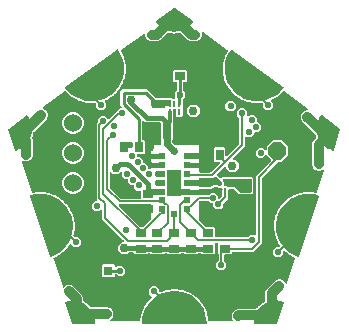
<source format=gbr>
G04 EAGLE Gerber RS-274X export*
G75*
%MOMM*%
%FSLAX34Y34*%
%LPD*%
%INTop Copper*%
%IPPOS*%
%AMOC8*
5,1,8,0,0,1.08239X$1,22.5*%
G01*
%ADD10R,0.900000X0.700000*%
%ADD11R,1.000000X1.100000*%
%ADD12R,0.800000X0.800000*%
%ADD13P,1.649562X8X22.500000*%
%ADD14C,1.524000*%
%ADD15R,0.200000X0.100000*%
%ADD16R,0.515000X0.500000*%
%ADD17R,0.500000X0.535000*%
%ADD18R,1.200000X2.316000*%
%ADD19R,0.700000X0.900000*%
%ADD20C,0.208000*%
%ADD21R,0.280000X0.530000*%
%ADD22C,0.800000*%
%ADD23C,0.812800*%
%ADD24C,0.750000*%
%ADD25C,0.609600*%
%ADD26C,0.254000*%
%ADD27C,0.550000*%
%ADD28C,0.406400*%
%ADD29C,0.508000*%
%ADD30C,0.152400*%
%ADD31C,0.200000*%
%ADD32C,0.304800*%
%ADD33C,0.203200*%
%ADD34C,0.600000*%

G36*
X-29474Y-117181D02*
X-29474Y-117181D01*
X-29361Y-117165D01*
X-29353Y-117161D01*
X-29344Y-117160D01*
X-29243Y-117106D01*
X-29141Y-117055D01*
X-29134Y-117049D01*
X-29127Y-117044D01*
X-29048Y-116962D01*
X-28967Y-116880D01*
X-28963Y-116872D01*
X-28957Y-116866D01*
X-28909Y-116763D01*
X-28859Y-116660D01*
X-28857Y-116649D01*
X-28854Y-116643D01*
X-28851Y-116620D01*
X-28828Y-116495D01*
X-28786Y-115939D01*
X-28789Y-115904D01*
X-28784Y-115870D01*
X-28800Y-115782D01*
X-28808Y-115694D01*
X-28821Y-115662D01*
X-28828Y-115628D01*
X-28862Y-115556D01*
X-28719Y-114929D01*
X-28717Y-114896D01*
X-28702Y-114816D01*
X-28654Y-114178D01*
X-28613Y-114119D01*
X-28556Y-114051D01*
X-28543Y-114018D01*
X-28524Y-113990D01*
X-28468Y-113832D01*
X-27978Y-111685D01*
X-27976Y-111650D01*
X-27966Y-111617D01*
X-27969Y-111528D01*
X-27963Y-111439D01*
X-27972Y-111406D01*
X-27973Y-111371D01*
X-27997Y-111295D01*
X-27762Y-110696D01*
X-27755Y-110664D01*
X-27728Y-110588D01*
X-27586Y-109963D01*
X-27536Y-109911D01*
X-27470Y-109852D01*
X-27452Y-109822D01*
X-27428Y-109797D01*
X-27350Y-109649D01*
X-26546Y-107599D01*
X-26539Y-107565D01*
X-26524Y-107534D01*
X-26513Y-107445D01*
X-26494Y-107358D01*
X-26498Y-107324D01*
X-26494Y-107290D01*
X-26506Y-107211D01*
X-26184Y-106654D01*
X-26172Y-106623D01*
X-26135Y-106551D01*
X-25901Y-105955D01*
X-25844Y-105911D01*
X-25770Y-105863D01*
X-25748Y-105835D01*
X-25721Y-105814D01*
X-25621Y-105679D01*
X-24520Y-103772D01*
X-24508Y-103740D01*
X-24489Y-103711D01*
X-24465Y-103625D01*
X-24433Y-103542D01*
X-24432Y-103507D01*
X-24423Y-103474D01*
X-24423Y-103394D01*
X-24022Y-102891D01*
X-24006Y-102862D01*
X-23958Y-102797D01*
X-23637Y-102243D01*
X-23575Y-102207D01*
X-23494Y-102171D01*
X-23468Y-102147D01*
X-23438Y-102130D01*
X-23320Y-102011D01*
X-21947Y-100290D01*
X-21930Y-100259D01*
X-21907Y-100234D01*
X-21870Y-100153D01*
X-21827Y-100075D01*
X-21820Y-100041D01*
X-21806Y-100009D01*
X-21794Y-99931D01*
X-21323Y-99493D01*
X-21302Y-99467D01*
X-21245Y-99410D01*
X-20846Y-98909D01*
X-20813Y-98896D01*
X-20771Y-98890D01*
X-20737Y-98872D01*
X-20693Y-98859D01*
X-20665Y-98840D01*
X-20632Y-98827D01*
X-20579Y-98788D01*
X-20554Y-98774D01*
X-20536Y-98756D01*
X-20498Y-98728D01*
X-19188Y-97512D01*
X-19167Y-97485D01*
X-19140Y-97464D01*
X-19092Y-97388D01*
X-19037Y-97318D01*
X-19025Y-97286D01*
X-19007Y-97257D01*
X-18985Y-97170D01*
X-18956Y-97086D01*
X-18955Y-97051D01*
X-18947Y-97018D01*
X-18954Y-96929D01*
X-18953Y-96840D01*
X-18963Y-96807D01*
X-18966Y-96773D01*
X-19001Y-96691D01*
X-19028Y-96606D01*
X-19049Y-96578D01*
X-19062Y-96547D01*
X-19167Y-96416D01*
X-21737Y-93846D01*
X-21737Y-90304D01*
X-19233Y-87800D01*
X-15692Y-87800D01*
X-13188Y-90304D01*
X-13188Y-92208D01*
X-13177Y-92274D01*
X-13176Y-92342D01*
X-13157Y-92395D01*
X-13148Y-92451D01*
X-13117Y-92510D01*
X-13094Y-92574D01*
X-13059Y-92618D01*
X-13033Y-92668D01*
X-12984Y-92714D01*
X-12943Y-92767D01*
X-12896Y-92799D01*
X-12855Y-92838D01*
X-12794Y-92866D01*
X-12738Y-92903D01*
X-12683Y-92917D01*
X-12632Y-92941D01*
X-12565Y-92949D01*
X-12500Y-92966D01*
X-12443Y-92962D01*
X-12387Y-92968D01*
X-12321Y-92954D01*
X-12254Y-92950D01*
X-12179Y-92923D01*
X-12147Y-92916D01*
X-12129Y-92906D01*
X-12096Y-92894D01*
X-11569Y-92640D01*
X-11540Y-92620D01*
X-11508Y-92607D01*
X-11440Y-92550D01*
X-11367Y-92499D01*
X-11347Y-92471D01*
X-11320Y-92449D01*
X-11276Y-92383D01*
X-10661Y-92193D01*
X-10631Y-92178D01*
X-10555Y-92152D01*
X-9978Y-91874D01*
X-9906Y-91880D01*
X-9819Y-91895D01*
X-9784Y-91890D01*
X-9750Y-91893D01*
X-9585Y-91861D01*
X-7481Y-91212D01*
X-7450Y-91197D01*
X-7416Y-91189D01*
X-7340Y-91142D01*
X-7261Y-91103D01*
X-7236Y-91078D01*
X-7207Y-91060D01*
X-7153Y-91002D01*
X-6516Y-90906D01*
X-6485Y-90896D01*
X-6405Y-90881D01*
X-5793Y-90692D01*
X-5724Y-90708D01*
X-5639Y-90737D01*
X-5605Y-90737D01*
X-5571Y-90745D01*
X-5403Y-90738D01*
X-3226Y-90410D01*
X-3193Y-90399D01*
X-3158Y-90397D01*
X-3077Y-90362D01*
X-2992Y-90335D01*
X-2964Y-90314D01*
X-2932Y-90300D01*
X-2870Y-90251D01*
X-2227Y-90251D01*
X-2194Y-90245D01*
X-2113Y-90242D01*
X-1480Y-90147D01*
X-1413Y-90174D01*
X-1334Y-90214D01*
X-1300Y-90219D01*
X-1268Y-90232D01*
X-1101Y-90251D01*
X1101Y-90251D01*
X1135Y-90245D01*
X1170Y-90248D01*
X1256Y-90225D01*
X1344Y-90211D01*
X1374Y-90195D01*
X1408Y-90186D01*
X1477Y-90146D01*
X2113Y-90242D01*
X2146Y-90242D01*
X2227Y-90251D01*
X2867Y-90251D01*
X2929Y-90287D01*
X3001Y-90339D01*
X3034Y-90349D01*
X3064Y-90367D01*
X3226Y-90410D01*
X5403Y-90738D01*
X5438Y-90738D01*
X5472Y-90745D01*
X5560Y-90736D01*
X5649Y-90735D01*
X5682Y-90724D01*
X5717Y-90720D01*
X5790Y-90691D01*
X6405Y-90881D01*
X6438Y-90885D01*
X6516Y-90906D01*
X7150Y-91001D01*
X7205Y-91047D01*
X7269Y-91109D01*
X7300Y-91124D01*
X7327Y-91146D01*
X7481Y-91212D01*
X9585Y-91861D01*
X9619Y-91866D01*
X9652Y-91879D01*
X9741Y-91883D01*
X9829Y-91895D01*
X9863Y-91889D01*
X9897Y-91890D01*
X9975Y-91872D01*
X10555Y-92152D01*
X10586Y-92161D01*
X10661Y-92193D01*
X11273Y-92382D01*
X11321Y-92435D01*
X11374Y-92506D01*
X11403Y-92525D01*
X11426Y-92551D01*
X11569Y-92640D01*
X13553Y-93595D01*
X13586Y-93605D01*
X13616Y-93622D01*
X13703Y-93640D01*
X13788Y-93665D01*
X13823Y-93664D01*
X13857Y-93670D01*
X13936Y-93664D01*
X14468Y-94027D01*
X14498Y-94041D01*
X14567Y-94084D01*
X15144Y-94362D01*
X15183Y-94421D01*
X15226Y-94499D01*
X15251Y-94523D01*
X15271Y-94552D01*
X15398Y-94661D01*
X17217Y-95901D01*
X17249Y-95916D01*
X17276Y-95937D01*
X17360Y-95968D01*
X17440Y-96005D01*
X17475Y-96009D01*
X17507Y-96021D01*
X17587Y-96027D01*
X18058Y-96464D01*
X18086Y-96483D01*
X18147Y-96535D01*
X18676Y-96896D01*
X18687Y-96918D01*
X18688Y-96925D01*
X18697Y-96941D01*
X18707Y-96961D01*
X18737Y-97044D01*
X18759Y-97072D01*
X18774Y-97103D01*
X18883Y-97230D01*
X20498Y-98728D01*
X20526Y-98747D01*
X20550Y-98772D01*
X20588Y-98793D01*
X20619Y-98819D01*
X20660Y-98836D01*
X20703Y-98864D01*
X20736Y-98872D01*
X20766Y-98889D01*
X20827Y-98903D01*
X20847Y-98911D01*
X21245Y-99410D01*
X21251Y-99415D01*
X21254Y-99420D01*
X21276Y-99439D01*
X21323Y-99493D01*
X21792Y-99929D01*
X21813Y-99997D01*
X21830Y-100085D01*
X21848Y-100115D01*
X21857Y-100148D01*
X21947Y-100290D01*
X23320Y-102011D01*
X23345Y-102034D01*
X23365Y-102063D01*
X23437Y-102117D01*
X23502Y-102176D01*
X23534Y-102190D01*
X23562Y-102211D01*
X23636Y-102240D01*
X23957Y-102797D01*
X23978Y-102823D01*
X24022Y-102891D01*
X24421Y-103392D01*
X24431Y-103463D01*
X24435Y-103552D01*
X24448Y-103584D01*
X24453Y-103618D01*
X24520Y-103772D01*
X25621Y-105679D01*
X25643Y-105706D01*
X25658Y-105737D01*
X25721Y-105801D01*
X25777Y-105869D01*
X25806Y-105888D01*
X25831Y-105912D01*
X25900Y-105952D01*
X26135Y-106551D01*
X26151Y-106579D01*
X26184Y-106654D01*
X26504Y-107208D01*
X26504Y-107280D01*
X26495Y-107368D01*
X26502Y-107402D01*
X26502Y-107437D01*
X26546Y-107599D01*
X27350Y-109649D01*
X27368Y-109678D01*
X27378Y-109711D01*
X27430Y-109783D01*
X27476Y-109860D01*
X27502Y-109883D01*
X27523Y-109911D01*
X27585Y-109960D01*
X27728Y-110588D01*
X27740Y-110618D01*
X27762Y-110696D01*
X27995Y-111292D01*
X27984Y-111363D01*
X27962Y-111449D01*
X27965Y-111484D01*
X27959Y-111518D01*
X27978Y-111685D01*
X28468Y-113832D01*
X28481Y-113864D01*
X28487Y-113898D01*
X28528Y-113977D01*
X28561Y-114059D01*
X28584Y-114086D01*
X28600Y-114116D01*
X28654Y-114174D01*
X28702Y-114816D01*
X28710Y-114848D01*
X28719Y-114929D01*
X28861Y-115553D01*
X28840Y-115622D01*
X28805Y-115703D01*
X28803Y-115738D01*
X28792Y-115771D01*
X28786Y-115939D01*
X28828Y-116495D01*
X28855Y-116606D01*
X28879Y-116718D01*
X28883Y-116725D01*
X28885Y-116734D01*
X28947Y-116831D01*
X29005Y-116929D01*
X29012Y-116935D01*
X29016Y-116942D01*
X29105Y-117015D01*
X29192Y-117089D01*
X29200Y-117092D01*
X29207Y-117098D01*
X29313Y-117138D01*
X29420Y-117181D01*
X29431Y-117182D01*
X29437Y-117184D01*
X29460Y-117185D01*
X29587Y-117199D01*
X48720Y-117199D01*
X48791Y-117188D01*
X48863Y-117186D01*
X48912Y-117168D01*
X48963Y-117160D01*
X49026Y-117126D01*
X49094Y-117101D01*
X49135Y-117069D01*
X49180Y-117044D01*
X49230Y-116993D01*
X49286Y-116948D01*
X49314Y-116904D01*
X49350Y-116866D01*
X49380Y-116801D01*
X49419Y-116741D01*
X49431Y-116690D01*
X49453Y-116643D01*
X49461Y-116572D01*
X49479Y-116502D01*
X49475Y-116450D01*
X49481Y-116399D01*
X49465Y-116328D01*
X49460Y-116257D01*
X49439Y-116209D01*
X49428Y-116158D01*
X49391Y-116097D01*
X49363Y-116031D01*
X49319Y-115975D01*
X49302Y-115947D01*
X49284Y-115932D01*
X49259Y-115900D01*
X49237Y-115878D01*
X48981Y-115260D01*
X48946Y-115204D01*
X48921Y-115144D01*
X48869Y-115079D01*
X48851Y-115051D01*
X48836Y-115039D01*
X48816Y-115013D01*
X48700Y-114897D01*
X48700Y-114734D01*
X48690Y-114669D01*
X48689Y-114603D01*
X48666Y-114523D01*
X48661Y-114491D01*
X48651Y-114474D01*
X48642Y-114442D01*
X48386Y-113824D01*
X48386Y-111601D01*
X48642Y-110983D01*
X48657Y-110919D01*
X48682Y-110858D01*
X48691Y-110775D01*
X48698Y-110743D01*
X48697Y-110724D01*
X48700Y-110691D01*
X48700Y-110528D01*
X48816Y-110412D01*
X48854Y-110359D01*
X48900Y-110312D01*
X48940Y-110239D01*
X48960Y-110212D01*
X48965Y-110194D01*
X48981Y-110165D01*
X49237Y-109547D01*
X51409Y-107375D01*
X53463Y-106524D01*
X69344Y-106524D01*
X69401Y-106514D01*
X69459Y-106515D01*
X69522Y-106495D01*
X69587Y-106484D01*
X69638Y-106457D01*
X69693Y-106439D01*
X69746Y-106400D01*
X69804Y-106369D01*
X69844Y-106327D01*
X69891Y-106293D01*
X69929Y-106243D01*
X69938Y-106242D01*
X70020Y-106200D01*
X70104Y-106164D01*
X70128Y-106143D01*
X70156Y-106128D01*
X70279Y-106013D01*
X71041Y-105120D01*
X71058Y-105093D01*
X71081Y-105070D01*
X71121Y-104988D01*
X71169Y-104909D01*
X71176Y-104878D01*
X71190Y-104850D01*
X71207Y-104759D01*
X71687Y-104349D01*
X71708Y-104324D01*
X71772Y-104265D01*
X72178Y-103788D01*
X72257Y-103762D01*
X72346Y-103740D01*
X72373Y-103723D01*
X72403Y-103713D01*
X72542Y-103618D01*
X73435Y-102855D01*
X73456Y-102831D01*
X73482Y-102812D01*
X73535Y-102737D01*
X73594Y-102667D01*
X73606Y-102638D01*
X73624Y-102612D01*
X73656Y-102525D01*
X74193Y-102195D01*
X74218Y-102173D01*
X74290Y-102125D01*
X74766Y-101718D01*
X74849Y-101704D01*
X74940Y-101696D01*
X74969Y-101684D01*
X75000Y-101679D01*
X75152Y-101607D01*
X76154Y-100993D01*
X76178Y-100972D01*
X76206Y-100958D01*
X76271Y-100892D01*
X76340Y-100832D01*
X76356Y-100805D01*
X76379Y-100782D01*
X76423Y-100701D01*
X76541Y-100652D01*
X76641Y-100590D01*
X76741Y-100531D01*
X76745Y-100526D01*
X76751Y-100522D01*
X76825Y-100433D01*
X76901Y-100344D01*
X76903Y-100338D01*
X76907Y-100333D01*
X76949Y-100225D01*
X76993Y-100116D01*
X76994Y-100108D01*
X76995Y-100103D01*
X76996Y-100085D01*
X77011Y-99949D01*
X77011Y-92501D01*
X77862Y-90447D01*
X85734Y-82575D01*
X86352Y-82319D01*
X86408Y-82284D01*
X86468Y-82258D01*
X86533Y-82206D01*
X86561Y-82189D01*
X86574Y-82174D01*
X86599Y-82153D01*
X86715Y-82038D01*
X86879Y-82038D01*
X86943Y-82027D01*
X87009Y-82027D01*
X87089Y-82003D01*
X87122Y-81998D01*
X87139Y-81989D01*
X87170Y-81980D01*
X87788Y-81724D01*
X90012Y-81724D01*
X90630Y-81980D01*
X90694Y-81995D01*
X90754Y-82019D01*
X90837Y-82028D01*
X90869Y-82036D01*
X90889Y-82034D01*
X90921Y-82038D01*
X91085Y-82038D01*
X91201Y-82153D01*
X91254Y-82192D01*
X91301Y-82238D01*
X91374Y-82278D01*
X91400Y-82297D01*
X91419Y-82303D01*
X91448Y-82319D01*
X92066Y-82575D01*
X93638Y-84147D01*
X93894Y-84765D01*
X93929Y-84821D01*
X93954Y-84881D01*
X94005Y-84944D01*
X94012Y-84956D01*
X94013Y-84957D01*
X94024Y-84974D01*
X94039Y-84986D01*
X94059Y-85012D01*
X94345Y-85298D01*
X94406Y-85342D01*
X94462Y-85394D01*
X94506Y-85413D01*
X94545Y-85441D01*
X94617Y-85464D01*
X94686Y-85495D01*
X94734Y-85500D01*
X94780Y-85514D01*
X94855Y-85512D01*
X94931Y-85519D01*
X94978Y-85509D01*
X95026Y-85507D01*
X95097Y-85481D01*
X95171Y-85465D01*
X95212Y-85440D01*
X95257Y-85423D01*
X95316Y-85376D01*
X95380Y-85336D01*
X95411Y-85299D01*
X95449Y-85269D01*
X95490Y-85206D01*
X95538Y-85148D01*
X95565Y-85088D01*
X95582Y-85062D01*
X95588Y-85037D01*
X95607Y-84995D01*
X102314Y-64347D01*
X102332Y-64234D01*
X102352Y-64122D01*
X102350Y-64113D01*
X102352Y-64104D01*
X102332Y-63991D01*
X102315Y-63879D01*
X102311Y-63871D01*
X102309Y-63862D01*
X102255Y-63762D01*
X102203Y-63660D01*
X102196Y-63653D01*
X102192Y-63646D01*
X102109Y-63568D01*
X102027Y-63488D01*
X102017Y-63483D01*
X102012Y-63478D01*
X101990Y-63468D01*
X101879Y-63408D01*
X101350Y-63190D01*
X101316Y-63182D01*
X101285Y-63167D01*
X101197Y-63155D01*
X101110Y-63135D01*
X101075Y-63138D01*
X101041Y-63133D01*
X100962Y-63144D01*
X100410Y-62814D01*
X100379Y-62802D01*
X100308Y-62763D01*
X99716Y-62520D01*
X99673Y-62463D01*
X99625Y-62387D01*
X99599Y-62365D01*
X99578Y-62337D01*
X99444Y-62236D01*
X97558Y-61107D01*
X97526Y-61095D01*
X97497Y-61075D01*
X97412Y-61050D01*
X97329Y-61017D01*
X97294Y-61015D01*
X97261Y-61005D01*
X97182Y-61004D01*
X96685Y-60595D01*
X96656Y-60579D01*
X96592Y-60530D01*
X96042Y-60201D01*
X96008Y-60138D01*
X95973Y-60056D01*
X95949Y-60030D01*
X95933Y-60000D01*
X95816Y-59880D01*
X94119Y-58483D01*
X94089Y-58465D01*
X94064Y-58441D01*
X93983Y-58404D01*
X93906Y-58359D01*
X93872Y-58352D01*
X93841Y-58338D01*
X93762Y-58325D01*
X93332Y-57846D01*
X93306Y-57825D01*
X93250Y-57767D01*
X93106Y-57649D01*
X93075Y-57631D01*
X93050Y-57607D01*
X92970Y-57570D01*
X92893Y-57525D01*
X92859Y-57518D01*
X92827Y-57504D01*
X92739Y-57494D01*
X92652Y-57476D01*
X92617Y-57480D01*
X92583Y-57476D01*
X92496Y-57495D01*
X92408Y-57506D01*
X92377Y-57521D01*
X92342Y-57529D01*
X92266Y-57574D01*
X92186Y-57612D01*
X92161Y-57637D01*
X92131Y-57655D01*
X92073Y-57722D01*
X92010Y-57784D01*
X91994Y-57815D01*
X91971Y-57842D01*
X91938Y-57924D01*
X91898Y-58003D01*
X91892Y-58037D01*
X91879Y-58070D01*
X91861Y-58237D01*
X91861Y-60508D01*
X89357Y-63012D01*
X85815Y-63012D01*
X83311Y-60508D01*
X83311Y-56967D01*
X85815Y-54463D01*
X88311Y-54463D01*
X88401Y-54448D01*
X88492Y-54441D01*
X88522Y-54428D01*
X88554Y-54423D01*
X88635Y-54380D01*
X88719Y-54345D01*
X88751Y-54319D01*
X88772Y-54308D01*
X88794Y-54285D01*
X88850Y-54240D01*
X89207Y-53883D01*
X89245Y-53829D01*
X89292Y-53782D01*
X89317Y-53730D01*
X89350Y-53683D01*
X89370Y-53620D01*
X89398Y-53560D01*
X89406Y-53503D01*
X89423Y-53448D01*
X89421Y-53382D01*
X89429Y-53316D01*
X89418Y-53260D01*
X89416Y-53202D01*
X89393Y-53140D01*
X89380Y-53075D01*
X89343Y-53002D01*
X89332Y-52971D01*
X89319Y-52956D01*
X89304Y-52926D01*
X88597Y-51853D01*
X88573Y-51828D01*
X88556Y-51797D01*
X88490Y-51738D01*
X88430Y-51672D01*
X88400Y-51656D01*
X88374Y-51633D01*
X88303Y-51597D01*
X88033Y-51013D01*
X88014Y-50986D01*
X87977Y-50913D01*
X87625Y-50379D01*
X87621Y-50307D01*
X87625Y-50218D01*
X87615Y-50185D01*
X87613Y-50150D01*
X87560Y-49991D01*
X86637Y-47996D01*
X86618Y-47968D01*
X86605Y-47935D01*
X86549Y-47866D01*
X86499Y-47793D01*
X86472Y-47772D01*
X86450Y-47745D01*
X86385Y-47699D01*
X86205Y-47081D01*
X86190Y-47052D01*
X86165Y-46975D01*
X85896Y-46394D01*
X85903Y-46322D01*
X85920Y-46235D01*
X85915Y-46201D01*
X85918Y-46166D01*
X85889Y-46001D01*
X85274Y-43890D01*
X85261Y-43863D01*
X85256Y-43839D01*
X85254Y-43837D01*
X85252Y-43825D01*
X85206Y-43749D01*
X85168Y-43669D01*
X85144Y-43644D01*
X85126Y-43614D01*
X85069Y-43559D01*
X84983Y-42921D01*
X84973Y-42890D01*
X84959Y-42810D01*
X84780Y-42195D01*
X84798Y-42126D01*
X84827Y-42042D01*
X84828Y-42007D01*
X84836Y-41974D01*
X84832Y-41806D01*
X84538Y-39627D01*
X84528Y-39594D01*
X84526Y-39560D01*
X84493Y-39477D01*
X84467Y-39392D01*
X84447Y-39364D01*
X84433Y-39332D01*
X84385Y-39269D01*
X84395Y-38626D01*
X84390Y-38593D01*
X84388Y-38512D01*
X84302Y-37877D01*
X84330Y-37811D01*
X84372Y-37733D01*
X84378Y-37698D01*
X84391Y-37667D01*
X84412Y-37500D01*
X84446Y-35302D01*
X84441Y-35268D01*
X84444Y-35233D01*
X84423Y-35147D01*
X84410Y-35059D01*
X84395Y-35028D01*
X84386Y-34994D01*
X84348Y-34925D01*
X84454Y-34290D01*
X84454Y-34257D01*
X84464Y-34177D01*
X84474Y-33537D01*
X84511Y-33475D01*
X84564Y-33404D01*
X84575Y-33371D01*
X84593Y-33341D01*
X84639Y-33180D01*
X85000Y-31012D01*
X85000Y-30977D01*
X85008Y-30943D01*
X85000Y-30855D01*
X85001Y-30766D01*
X84990Y-30733D01*
X84987Y-30698D01*
X84959Y-30624D01*
X85158Y-30012D01*
X85163Y-29980D01*
X85185Y-29901D01*
X85290Y-29270D01*
X85336Y-29215D01*
X85399Y-29152D01*
X85415Y-29121D01*
X85437Y-29095D01*
X85506Y-28942D01*
X86187Y-26852D01*
X86191Y-26822D01*
X86194Y-26816D01*
X86195Y-26811D01*
X86205Y-26785D01*
X86211Y-26696D01*
X86224Y-26608D01*
X86220Y-26584D01*
X86221Y-26571D01*
X86219Y-26561D01*
X86220Y-26540D01*
X86204Y-26462D01*
X86492Y-25886D01*
X86502Y-25855D01*
X86535Y-25781D01*
X86733Y-25172D01*
X86787Y-25125D01*
X86859Y-25072D01*
X86879Y-25044D01*
X86905Y-25021D01*
X86996Y-24880D01*
X87980Y-22915D01*
X87991Y-22882D01*
X88008Y-22852D01*
X88027Y-22765D01*
X88053Y-22680D01*
X88053Y-22645D01*
X88060Y-22611D01*
X88055Y-22532D01*
X88426Y-22006D01*
X88440Y-21976D01*
X88484Y-21908D01*
X88771Y-21336D01*
X88831Y-21297D01*
X88910Y-21255D01*
X88934Y-21230D01*
X88963Y-21212D01*
X89074Y-21086D01*
X90341Y-19289D01*
X90356Y-19258D01*
X90378Y-19231D01*
X90409Y-19148D01*
X90448Y-19068D01*
X90452Y-19033D01*
X90465Y-19001D01*
X90472Y-18922D01*
X90917Y-18457D01*
X90935Y-18430D01*
X90989Y-18369D01*
X91358Y-17846D01*
X91423Y-17816D01*
X91507Y-17787D01*
X91535Y-17766D01*
X91566Y-17752D01*
X91695Y-17644D01*
X93215Y-16056D01*
X93234Y-16027D01*
X93260Y-16004D01*
X93304Y-15926D01*
X93354Y-15853D01*
X93363Y-15820D01*
X93380Y-15790D01*
X93399Y-15712D01*
X93908Y-15319D01*
X93931Y-15295D01*
X93993Y-15243D01*
X94436Y-14780D01*
X94505Y-14761D01*
X94592Y-14744D01*
X94623Y-14728D01*
X94656Y-14718D01*
X94799Y-14631D01*
X96539Y-13287D01*
X96563Y-13262D01*
X96592Y-13243D01*
X96646Y-13172D01*
X96707Y-13107D01*
X96721Y-13076D01*
X96742Y-13048D01*
X96772Y-12975D01*
X97335Y-12662D01*
X97361Y-12641D01*
X97430Y-12599D01*
X97937Y-12208D01*
X98008Y-12199D01*
X98097Y-12196D01*
X98129Y-12184D01*
X98163Y-12179D01*
X98318Y-12114D01*
X100239Y-11045D01*
X100266Y-11023D01*
X100297Y-11009D01*
X100361Y-10947D01*
X100431Y-10892D01*
X100450Y-10863D01*
X100475Y-10839D01*
X100516Y-10771D01*
X101119Y-10545D01*
X101147Y-10529D01*
X101222Y-10497D01*
X101781Y-10186D01*
X101853Y-10187D01*
X101942Y-10198D01*
X101975Y-10190D01*
X102010Y-10191D01*
X102173Y-10150D01*
X104231Y-9379D01*
X104261Y-9362D01*
X104294Y-9352D01*
X104367Y-9301D01*
X104444Y-9257D01*
X104467Y-9231D01*
X104496Y-9211D01*
X104546Y-9149D01*
X105176Y-9016D01*
X105207Y-9004D01*
X105285Y-8984D01*
X105885Y-8759D01*
X105955Y-8772D01*
X106041Y-8795D01*
X106076Y-8793D01*
X106110Y-8799D01*
X106277Y-8782D01*
X108427Y-8327D01*
X108460Y-8314D01*
X108494Y-8309D01*
X108509Y-8302D01*
X108515Y-8301D01*
X108568Y-8272D01*
X108574Y-8270D01*
X108657Y-8237D01*
X108683Y-8215D01*
X108714Y-8200D01*
X108727Y-8188D01*
X108732Y-8186D01*
X108745Y-8172D01*
X108773Y-8147D01*
X109415Y-8108D01*
X109448Y-8101D01*
X109528Y-8093D01*
X110155Y-7960D01*
X110223Y-7983D01*
X110304Y-8019D01*
X110339Y-8022D01*
X110372Y-8033D01*
X110539Y-8042D01*
X112733Y-7911D01*
X112767Y-7904D01*
X112802Y-7904D01*
X112887Y-7877D01*
X112973Y-7857D01*
X113003Y-7839D01*
X113036Y-7829D01*
X113102Y-7785D01*
X113743Y-7843D01*
X113776Y-7841D01*
X113857Y-7845D01*
X114496Y-7807D01*
X114560Y-7840D01*
X114635Y-7887D01*
X114669Y-7895D01*
X114700Y-7911D01*
X114864Y-7945D01*
X117053Y-8143D01*
X117088Y-8140D01*
X117122Y-8146D01*
X117210Y-8132D01*
X117299Y-8125D01*
X117331Y-8112D01*
X117365Y-8106D01*
X117437Y-8073D01*
X118062Y-8226D01*
X118095Y-8228D01*
X118174Y-8244D01*
X118812Y-8302D01*
X118870Y-8344D01*
X118938Y-8402D01*
X118970Y-8415D01*
X118998Y-8436D01*
X119155Y-8493D01*
X119675Y-8620D01*
X119789Y-8629D01*
X119904Y-8641D01*
X119912Y-8639D01*
X119920Y-8639D01*
X120031Y-8611D01*
X120143Y-8586D01*
X120151Y-8581D01*
X120159Y-8579D01*
X120255Y-8517D01*
X120353Y-8457D01*
X120359Y-8451D01*
X120366Y-8446D01*
X120437Y-8357D01*
X120511Y-8269D01*
X120515Y-8259D01*
X120520Y-8254D01*
X120527Y-8233D01*
X120580Y-8116D01*
X126547Y10252D01*
X126553Y10293D01*
X126568Y10332D01*
X126571Y10414D01*
X126584Y10495D01*
X126577Y10536D01*
X126578Y10578D01*
X126556Y10657D01*
X126541Y10737D01*
X126521Y10774D01*
X126510Y10814D01*
X126463Y10881D01*
X126424Y10953D01*
X126393Y10982D01*
X126369Y11016D01*
X126304Y11065D01*
X126244Y11121D01*
X126206Y11138D01*
X126172Y11163D01*
X126094Y11188D01*
X126020Y11222D01*
X125978Y11226D01*
X125938Y11239D01*
X125856Y11238D01*
X125775Y11247D01*
X125734Y11237D01*
X125692Y11237D01*
X125543Y11194D01*
X125535Y11192D01*
X125534Y11191D01*
X125531Y11190D01*
X124785Y10881D01*
X124729Y10846D01*
X124669Y10821D01*
X124604Y10769D01*
X124576Y10751D01*
X124564Y10736D01*
X124538Y10716D01*
X124422Y10600D01*
X124259Y10600D01*
X124194Y10590D01*
X124128Y10589D01*
X124048Y10566D01*
X124016Y10561D01*
X123999Y10551D01*
X123967Y10542D01*
X123349Y10286D01*
X121126Y10286D01*
X120508Y10542D01*
X120444Y10557D01*
X120383Y10582D01*
X120300Y10591D01*
X120268Y10598D01*
X120249Y10597D01*
X120216Y10600D01*
X120053Y10600D01*
X119937Y10716D01*
X119884Y10754D01*
X119837Y10800D01*
X119764Y10840D01*
X119737Y10860D01*
X119719Y10865D01*
X119690Y10881D01*
X119072Y11137D01*
X117500Y12709D01*
X117244Y13327D01*
X117209Y13383D01*
X117183Y13443D01*
X117131Y13508D01*
X117114Y13536D01*
X117099Y13549D01*
X117078Y13574D01*
X116963Y13690D01*
X116963Y13854D01*
X116952Y13918D01*
X116952Y13984D01*
X116928Y14064D01*
X116923Y14097D01*
X116914Y14114D01*
X116905Y14145D01*
X116649Y14763D01*
X116649Y33149D01*
X117500Y35203D01*
X120104Y37808D01*
X120138Y37855D01*
X120180Y37896D01*
X120210Y37954D01*
X120248Y38008D01*
X120265Y38063D01*
X120291Y38115D01*
X120301Y38180D01*
X120320Y38243D01*
X120319Y38301D01*
X120327Y38358D01*
X120315Y38457D01*
X120314Y38489D01*
X120309Y38502D01*
X120306Y38524D01*
X120194Y38993D01*
X120181Y39024D01*
X120157Y39107D01*
X119917Y39685D01*
X119929Y39767D01*
X119950Y39857D01*
X119947Y39889D01*
X119952Y39920D01*
X119931Y40086D01*
X119869Y40344D01*
X119868Y40346D01*
X119868Y40347D01*
X119822Y40455D01*
X119773Y40571D01*
X119772Y40572D01*
X119772Y40574D01*
X119667Y40705D01*
X107975Y52397D01*
X107719Y53015D01*
X107684Y53071D01*
X107658Y53131D01*
X107606Y53196D01*
X107589Y53224D01*
X107574Y53236D01*
X107553Y53262D01*
X107438Y53378D01*
X107438Y53541D01*
X107427Y53606D01*
X107427Y53672D01*
X107403Y53752D01*
X107398Y53784D01*
X107389Y53801D01*
X107380Y53833D01*
X107124Y54451D01*
X107124Y56674D01*
X107380Y57292D01*
X107395Y57356D01*
X107419Y57417D01*
X107428Y57500D01*
X107436Y57532D01*
X107434Y57551D01*
X107438Y57584D01*
X107438Y57747D01*
X107553Y57863D01*
X107592Y57916D01*
X107638Y57963D01*
X107678Y58036D01*
X107697Y58063D01*
X107703Y58081D01*
X107719Y58110D01*
X107975Y58728D01*
X109547Y60300D01*
X110165Y60556D01*
X110221Y60591D01*
X110281Y60617D01*
X110346Y60669D01*
X110374Y60686D01*
X110386Y60701D01*
X110412Y60722D01*
X110528Y60837D01*
X110691Y60837D01*
X110756Y60848D01*
X110822Y60848D01*
X110902Y60872D01*
X110934Y60877D01*
X110951Y60886D01*
X110983Y60895D01*
X111601Y61151D01*
X112814Y61151D01*
X112822Y61153D01*
X112830Y61151D01*
X112944Y61172D01*
X113057Y61191D01*
X113064Y61195D01*
X113072Y61196D01*
X113173Y61253D01*
X113274Y61306D01*
X113280Y61312D01*
X113287Y61316D01*
X113365Y61402D01*
X113444Y61484D01*
X113447Y61492D01*
X113452Y61498D01*
X113499Y61603D01*
X113547Y61707D01*
X113548Y61715D01*
X113551Y61723D01*
X113562Y61838D01*
X113574Y61952D01*
X113573Y61960D01*
X113573Y61968D01*
X113546Y62080D01*
X113522Y62192D01*
X113518Y62199D01*
X113516Y62207D01*
X113455Y62305D01*
X113396Y62403D01*
X113390Y62409D01*
X113386Y62415D01*
X113262Y62528D01*
X92778Y77412D01*
X92675Y77464D01*
X92574Y77517D01*
X92566Y77519D01*
X92558Y77523D01*
X92445Y77539D01*
X92332Y77558D01*
X92323Y77556D01*
X92315Y77557D01*
X92202Y77536D01*
X92089Y77518D01*
X92081Y77514D01*
X92073Y77513D01*
X91972Y77457D01*
X91871Y77403D01*
X91864Y77396D01*
X91858Y77393D01*
X91843Y77376D01*
X91750Y77288D01*
X91431Y76912D01*
X91414Y76882D01*
X91389Y76858D01*
X91351Y76778D01*
X91305Y76701D01*
X91297Y76667D01*
X91282Y76636D01*
X91268Y76558D01*
X90784Y76134D01*
X90763Y76109D01*
X90704Y76053D01*
X90291Y75564D01*
X90223Y75541D01*
X90137Y75519D01*
X90107Y75500D01*
X90075Y75489D01*
X89937Y75393D01*
X88281Y73944D01*
X88259Y73917D01*
X88231Y73896D01*
X88181Y73823D01*
X88124Y73754D01*
X88112Y73722D01*
X88092Y73693D01*
X88067Y73618D01*
X87524Y73271D01*
X87500Y73249D01*
X87434Y73202D01*
X86952Y72781D01*
X86881Y72768D01*
X86793Y72759D01*
X86761Y72745D01*
X86727Y72738D01*
X86577Y72664D01*
X84723Y71478D01*
X84697Y71455D01*
X84666Y71438D01*
X84606Y71373D01*
X84540Y71314D01*
X84523Y71283D01*
X84499Y71258D01*
X84463Y71188D01*
X83875Y70925D01*
X83847Y70907D01*
X83775Y70871D01*
X83235Y70526D01*
X83163Y70524D01*
X83075Y70528D01*
X83041Y70519D01*
X83007Y70518D01*
X82847Y70467D01*
X82333Y70237D01*
X82303Y70218D01*
X82269Y70205D01*
X82201Y70151D01*
X82127Y70102D01*
X82105Y70074D01*
X82077Y70052D01*
X82030Y69978D01*
X81975Y69908D01*
X81964Y69875D01*
X81944Y69845D01*
X81923Y69759D01*
X81893Y69677D01*
X81893Y69641D01*
X81884Y69606D01*
X81891Y69519D01*
X81890Y69431D01*
X81901Y69397D01*
X81903Y69361D01*
X81938Y69280D01*
X81965Y69196D01*
X81986Y69168D01*
X82000Y69135D01*
X82104Y69004D01*
X83376Y67732D01*
X83376Y64191D01*
X80872Y61687D01*
X77331Y61687D01*
X74827Y64191D01*
X74827Y66687D01*
X74812Y66777D01*
X74805Y66868D01*
X74792Y66898D01*
X74787Y66930D01*
X74744Y67010D01*
X74709Y67094D01*
X74683Y67126D01*
X74672Y67147D01*
X74649Y67169D01*
X74604Y67225D01*
X74311Y67518D01*
X74300Y67526D01*
X74291Y67537D01*
X74200Y67598D01*
X74111Y67662D01*
X74098Y67666D01*
X74086Y67673D01*
X73981Y67702D01*
X73876Y67734D01*
X73862Y67734D01*
X73849Y67737D01*
X73681Y67736D01*
X72435Y67585D01*
X72401Y67575D01*
X72367Y67573D01*
X72284Y67541D01*
X72198Y67516D01*
X72170Y67496D01*
X72138Y67484D01*
X72074Y67436D01*
X71431Y67455D01*
X71398Y67450D01*
X71317Y67450D01*
X70681Y67373D01*
X70616Y67401D01*
X70538Y67444D01*
X70504Y67450D01*
X70472Y67464D01*
X70306Y67488D01*
X68106Y67552D01*
X68071Y67547D01*
X68037Y67551D01*
X67950Y67531D01*
X67862Y67519D01*
X67831Y67504D01*
X67797Y67496D01*
X67727Y67458D01*
X67094Y67573D01*
X67061Y67573D01*
X66981Y67585D01*
X66341Y67603D01*
X66297Y67631D01*
X66246Y67674D01*
X66227Y67682D01*
X66209Y67695D01*
X66177Y67707D01*
X66147Y67725D01*
X66043Y67756D01*
X66018Y67766D01*
X66004Y67768D01*
X65986Y67773D01*
X63820Y68164D01*
X63786Y68165D01*
X63752Y68173D01*
X63664Y68167D01*
X63575Y68168D01*
X63541Y68158D01*
X63507Y68155D01*
X63432Y68128D01*
X62823Y68336D01*
X62791Y68341D01*
X62713Y68364D01*
X62083Y68478D01*
X62028Y68525D01*
X61967Y68589D01*
X61936Y68605D01*
X61909Y68628D01*
X61758Y68699D01*
X59674Y69409D01*
X59640Y69414D01*
X59608Y69428D01*
X59519Y69435D01*
X59432Y69449D01*
X59397Y69444D01*
X59363Y69447D01*
X59285Y69431D01*
X58713Y69727D01*
X58682Y69737D01*
X58609Y69772D01*
X58003Y69978D01*
X57956Y70032D01*
X57904Y70105D01*
X57876Y70125D01*
X57854Y70152D01*
X57714Y70245D01*
X55760Y71257D01*
X55727Y71268D01*
X55697Y71286D01*
X55611Y71306D01*
X55526Y71333D01*
X55491Y71333D01*
X55458Y71341D01*
X55378Y71337D01*
X54857Y71715D01*
X54828Y71730D01*
X54761Y71775D01*
X54192Y72069D01*
X54154Y72130D01*
X54113Y72209D01*
X54089Y72234D01*
X54070Y72263D01*
X53946Y72376D01*
X52165Y73668D01*
X52134Y73684D01*
X52107Y73706D01*
X52024Y73739D01*
X51945Y73779D01*
X51911Y73784D01*
X51878Y73796D01*
X51799Y73804D01*
X51340Y74256D01*
X51313Y74275D01*
X51254Y74329D01*
X50735Y74705D01*
X50707Y74771D01*
X50679Y74855D01*
X50658Y74883D01*
X50644Y74915D01*
X50538Y75045D01*
X48969Y76588D01*
X48941Y76608D01*
X48918Y76635D01*
X48841Y76679D01*
X48768Y76730D01*
X48735Y76740D01*
X48705Y76758D01*
X48628Y76777D01*
X48242Y77292D01*
X48218Y77315D01*
X48167Y77378D01*
X47710Y77827D01*
X47692Y77896D01*
X47676Y77984D01*
X47660Y78014D01*
X47651Y78048D01*
X47566Y78192D01*
X46244Y79952D01*
X46219Y79976D01*
X46200Y80005D01*
X46131Y80061D01*
X46067Y80122D01*
X46035Y80137D01*
X46008Y80159D01*
X45935Y80190D01*
X45630Y80756D01*
X45610Y80783D01*
X45568Y80852D01*
X45184Y81364D01*
X45176Y81436D01*
X45174Y81525D01*
X45162Y81557D01*
X45159Y81592D01*
X45096Y81747D01*
X44051Y83685D01*
X44030Y83712D01*
X44016Y83744D01*
X43955Y83809D01*
X43901Y83879D01*
X43872Y83899D01*
X43849Y83924D01*
X43781Y83966D01*
X43564Y84571D01*
X43548Y84600D01*
X43517Y84675D01*
X43213Y85239D01*
X43216Y85311D01*
X43227Y85399D01*
X43221Y85433D01*
X43222Y85468D01*
X43183Y85631D01*
X42439Y87702D01*
X42422Y87732D01*
X42413Y87766D01*
X42363Y87839D01*
X42320Y87917D01*
X42294Y87940D01*
X42275Y87969D01*
X42214Y88020D01*
X42089Y88652D01*
X42077Y88682D01*
X42059Y88761D01*
X41842Y89364D01*
X41856Y89435D01*
X41880Y89520D01*
X41878Y89555D01*
X41885Y89589D01*
X41871Y89756D01*
X41444Y91915D01*
X41432Y91947D01*
X41427Y91982D01*
X41389Y92062D01*
X41358Y92145D01*
X41336Y92172D01*
X41321Y92204D01*
X41268Y92263D01*
X41239Y92906D01*
X41232Y92939D01*
X41232Y92943D01*
X41232Y92945D01*
X41231Y92948D01*
X41225Y93019D01*
X41101Y93647D01*
X41125Y93715D01*
X41162Y93796D01*
X41165Y93830D01*
X41177Y93863D01*
X41188Y94031D01*
X41087Y96229D01*
X41080Y96263D01*
X41081Y96298D01*
X41055Y96383D01*
X41036Y96470D01*
X41019Y96500D01*
X41009Y96533D01*
X40966Y96600D01*
X41033Y97240D01*
X41031Y97273D01*
X41036Y97353D01*
X41007Y97993D01*
X41040Y98057D01*
X41089Y98131D01*
X41098Y98165D01*
X41114Y98195D01*
X41149Y98359D01*
X41378Y100548D01*
X41376Y100583D01*
X41382Y100617D01*
X41369Y100705D01*
X41364Y100794D01*
X41351Y100826D01*
X41345Y100860D01*
X41313Y100933D01*
X41474Y101556D01*
X41477Y101589D01*
X41495Y101668D01*
X41561Y102305D01*
X41604Y102362D01*
X41663Y102429D01*
X41676Y102461D01*
X41697Y102489D01*
X41757Y102645D01*
X42309Y104776D01*
X42312Y104810D01*
X42323Y104843D01*
X42323Y104932D01*
X42331Y105021D01*
X42323Y105055D01*
X42323Y105089D01*
X42302Y105166D01*
X42555Y105758D01*
X42562Y105790D01*
X42591Y105865D01*
X42752Y106485D01*
X42803Y106536D01*
X42871Y106593D01*
X42889Y106622D01*
X42914Y106647D01*
X42996Y106793D01*
X43860Y108818D01*
X43868Y108851D01*
X43884Y108882D01*
X43897Y108970D01*
X43918Y109056D01*
X43915Y109091D01*
X43921Y109125D01*
X43911Y109204D01*
X44249Y109752D01*
X44262Y109782D01*
X44301Y109853D01*
X44552Y110442D01*
X44610Y110484D01*
X44686Y110530D01*
X44709Y110557D01*
X44737Y110578D01*
X44840Y110710D01*
X45123Y111169D01*
X45167Y111274D01*
X45213Y111379D01*
X45214Y111388D01*
X45217Y111397D01*
X45224Y111510D01*
X45235Y111624D01*
X45233Y111633D01*
X45233Y111642D01*
X45204Y111752D01*
X45178Y111863D01*
X45173Y111871D01*
X45170Y111880D01*
X45108Y111975D01*
X45047Y112072D01*
X45039Y112079D01*
X45035Y112085D01*
X45016Y112100D01*
X44923Y112185D01*
X24260Y127199D01*
X24249Y127204D01*
X24241Y127213D01*
X24139Y127260D01*
X24040Y127310D01*
X24028Y127311D01*
X24017Y127316D01*
X23907Y127329D01*
X23797Y127344D01*
X23785Y127342D01*
X23773Y127343D01*
X23665Y127320D01*
X23555Y127299D01*
X23544Y127294D01*
X23533Y127291D01*
X23438Y127234D01*
X23340Y127180D01*
X23332Y127171D01*
X23322Y127165D01*
X23250Y127081D01*
X23174Y126998D01*
X23169Y126987D01*
X23162Y126978D01*
X23120Y126875D01*
X23075Y126773D01*
X23074Y126761D01*
X23070Y126750D01*
X23051Y126583D01*
X23051Y124301D01*
X22795Y123683D01*
X22780Y123619D01*
X22756Y123558D01*
X22747Y123475D01*
X22739Y123443D01*
X22741Y123424D01*
X22737Y123391D01*
X22737Y123228D01*
X22622Y123112D01*
X22583Y123059D01*
X22537Y123012D01*
X22497Y122939D01*
X22478Y122912D01*
X22472Y122894D01*
X22456Y122865D01*
X22200Y122247D01*
X20628Y120675D01*
X20010Y120419D01*
X19954Y120384D01*
X19894Y120358D01*
X19829Y120306D01*
X19801Y120289D01*
X19789Y120274D01*
X19763Y120253D01*
X19647Y120138D01*
X19484Y120138D01*
X19419Y120127D01*
X19353Y120127D01*
X19273Y120103D01*
X19241Y120098D01*
X19224Y120089D01*
X19192Y120080D01*
X18574Y119824D01*
X13976Y119824D01*
X11922Y120675D01*
X5790Y126807D01*
X5743Y126840D01*
X5702Y126882D01*
X5644Y126912D01*
X5590Y126950D01*
X5535Y126967D01*
X5483Y126993D01*
X5418Y127003D01*
X5355Y127023D01*
X5297Y127021D01*
X5240Y127030D01*
X5141Y127017D01*
X5109Y127016D01*
X5096Y127011D01*
X5074Y127009D01*
X4331Y126830D01*
X4301Y126818D01*
X4270Y126813D01*
X4189Y126770D01*
X4104Y126735D01*
X4080Y126714D01*
X4052Y126699D01*
X3984Y126636D01*
X3355Y126586D01*
X3323Y126579D01*
X3237Y126568D01*
X2629Y126422D01*
X2549Y126447D01*
X2464Y126481D01*
X2432Y126483D01*
X2402Y126493D01*
X2234Y126498D01*
X1061Y126406D01*
X1030Y126398D01*
X998Y126398D01*
X911Y126369D01*
X897Y126366D01*
X870Y126361D01*
X862Y126357D01*
X822Y126347D01*
X795Y126330D01*
X765Y126320D01*
X689Y126268D01*
X60Y126318D01*
X27Y126315D01*
X-60Y126318D01*
X-684Y126269D01*
X-703Y126278D01*
X-717Y126290D01*
X-764Y126309D01*
X-837Y126353D01*
X-868Y126360D01*
X-897Y126374D01*
X-1061Y126406D01*
X-2234Y126498D01*
X-2266Y126496D01*
X-2297Y126501D01*
X-2388Y126485D01*
X-2479Y126478D01*
X-2509Y126465D01*
X-2540Y126460D01*
X-2624Y126420D01*
X-3237Y126568D01*
X-3270Y126570D01*
X-3355Y126586D01*
X-3979Y126635D01*
X-4047Y126684D01*
X-4117Y126743D01*
X-4147Y126755D01*
X-4173Y126773D01*
X-4331Y126830D01*
X-5074Y127009D01*
X-5131Y127013D01*
X-5187Y127027D01*
X-5253Y127022D01*
X-5319Y127027D01*
X-5375Y127012D01*
X-5432Y127008D01*
X-5493Y126982D01*
X-5557Y126965D01*
X-5606Y126934D01*
X-5659Y126911D01*
X-5737Y126849D01*
X-5764Y126832D01*
X-5772Y126821D01*
X-5790Y126807D01*
X-11922Y120675D01*
X-13976Y119824D01*
X-20162Y119824D01*
X-20780Y120080D01*
X-20844Y120095D01*
X-20904Y120119D01*
X-20987Y120128D01*
X-21019Y120136D01*
X-21039Y120134D01*
X-21071Y120138D01*
X-21235Y120138D01*
X-21351Y120253D01*
X-21404Y120292D01*
X-21451Y120338D01*
X-21524Y120378D01*
X-21550Y120397D01*
X-21569Y120403D01*
X-21598Y120419D01*
X-22216Y120675D01*
X-23788Y122247D01*
X-24044Y122865D01*
X-24079Y122921D01*
X-24104Y122981D01*
X-24156Y123046D01*
X-24174Y123074D01*
X-24185Y123084D01*
X-24186Y123085D01*
X-24191Y123089D01*
X-24209Y123112D01*
X-24325Y123228D01*
X-24325Y123391D01*
X-24335Y123456D01*
X-24336Y123522D01*
X-24359Y123602D01*
X-24364Y123634D01*
X-24374Y123651D01*
X-24383Y123683D01*
X-24639Y124301D01*
X-24639Y125430D01*
X-24641Y125441D01*
X-24639Y125453D01*
X-24660Y125563D01*
X-24678Y125672D01*
X-24684Y125683D01*
X-24686Y125695D01*
X-24742Y125792D01*
X-24794Y125890D01*
X-24802Y125898D01*
X-24808Y125908D01*
X-24891Y125983D01*
X-24972Y126059D01*
X-24983Y126064D01*
X-24992Y126072D01*
X-25094Y126116D01*
X-25195Y126163D01*
X-25207Y126164D01*
X-25218Y126169D01*
X-25329Y126178D01*
X-25439Y126190D01*
X-25451Y126187D01*
X-25463Y126188D01*
X-25571Y126161D01*
X-25680Y126138D01*
X-25690Y126131D01*
X-25702Y126129D01*
X-25847Y126045D01*
X-44923Y112185D01*
X-45004Y112103D01*
X-45085Y112025D01*
X-45090Y112016D01*
X-45096Y112010D01*
X-45146Y111908D01*
X-45199Y111806D01*
X-45200Y111797D01*
X-45204Y111789D01*
X-45219Y111676D01*
X-45237Y111563D01*
X-45235Y111554D01*
X-45236Y111545D01*
X-45214Y111433D01*
X-45195Y111321D01*
X-45190Y111311D01*
X-45189Y111304D01*
X-45177Y111283D01*
X-45123Y111169D01*
X-44840Y110710D01*
X-44817Y110684D01*
X-44801Y110653D01*
X-44737Y110591D01*
X-44679Y110524D01*
X-44649Y110506D01*
X-44624Y110482D01*
X-44554Y110445D01*
X-44301Y109853D01*
X-44284Y109825D01*
X-44249Y109752D01*
X-43913Y109207D01*
X-43911Y109135D01*
X-43917Y109046D01*
X-43909Y109013D01*
X-43908Y108978D01*
X-43860Y108818D01*
X-42996Y106793D01*
X-42978Y106764D01*
X-42966Y106731D01*
X-42912Y106660D01*
X-42864Y106585D01*
X-42837Y106564D01*
X-42816Y106536D01*
X-42753Y106489D01*
X-42591Y105866D01*
X-42578Y105835D01*
X-42555Y105758D01*
X-42303Y105169D01*
X-42313Y105098D01*
X-42332Y105011D01*
X-42328Y104976D01*
X-42333Y104942D01*
X-42309Y104776D01*
X-41757Y102645D01*
X-41743Y102614D01*
X-41737Y102580D01*
X-41693Y102502D01*
X-41657Y102420D01*
X-41634Y102395D01*
X-41617Y102364D01*
X-41561Y102308D01*
X-41495Y101668D01*
X-41486Y101636D01*
X-41474Y101556D01*
X-41314Y100936D01*
X-41334Y100867D01*
X-41366Y100784D01*
X-41367Y100749D01*
X-41377Y100716D01*
X-41378Y100548D01*
X-41149Y98359D01*
X-41140Y98326D01*
X-41139Y98291D01*
X-41108Y98208D01*
X-41085Y98122D01*
X-41065Y98093D01*
X-41053Y98061D01*
X-41007Y97996D01*
X-41036Y97353D01*
X-41032Y97321D01*
X-41033Y97240D01*
X-40966Y96603D01*
X-40996Y96538D01*
X-41040Y96461D01*
X-41047Y96426D01*
X-41061Y96395D01*
X-41087Y96229D01*
X-41188Y94031D01*
X-41184Y93996D01*
X-41188Y93962D01*
X-41169Y93875D01*
X-41159Y93786D01*
X-41144Y93755D01*
X-41137Y93721D01*
X-41100Y93651D01*
X-41225Y93019D01*
X-41226Y92986D01*
X-41239Y92906D01*
X-41268Y92266D01*
X-41307Y92206D01*
X-41363Y92137D01*
X-41374Y92104D01*
X-41393Y92075D01*
X-41444Y91915D01*
X-41871Y89756D01*
X-41872Y89721D01*
X-41881Y89688D01*
X-41876Y89599D01*
X-41879Y89510D01*
X-41869Y89477D01*
X-41867Y89442D01*
X-41841Y89367D01*
X-42059Y88761D01*
X-42065Y88729D01*
X-42089Y88652D01*
X-42213Y88024D01*
X-42261Y87970D01*
X-42326Y87909D01*
X-42342Y87879D01*
X-42365Y87853D01*
X-42439Y87702D01*
X-43183Y85631D01*
X-43189Y85597D01*
X-43203Y85565D01*
X-43212Y85476D01*
X-43228Y85389D01*
X-43223Y85355D01*
X-43226Y85320D01*
X-43212Y85242D01*
X-43517Y84675D01*
X-43528Y84644D01*
X-43564Y84571D01*
X-43780Y83969D01*
X-43835Y83923D01*
X-43908Y83872D01*
X-43929Y83845D01*
X-43956Y83823D01*
X-44051Y83685D01*
X-45096Y81747D01*
X-45107Y81714D01*
X-45126Y81685D01*
X-45147Y81599D01*
X-45176Y81515D01*
X-45176Y81480D01*
X-45184Y81446D01*
X-45182Y81367D01*
X-45568Y80852D01*
X-45584Y80823D01*
X-45630Y80756D01*
X-45934Y80193D01*
X-45995Y80156D01*
X-46075Y80117D01*
X-46100Y80092D01*
X-46129Y80074D01*
X-46244Y79952D01*
X-47566Y78192D01*
X-47582Y78162D01*
X-47605Y78135D01*
X-47639Y78053D01*
X-47680Y77974D01*
X-47685Y77940D01*
X-47698Y77908D01*
X-47708Y77829D01*
X-48167Y77378D01*
X-48186Y77351D01*
X-48242Y77292D01*
X-48626Y76780D01*
X-48692Y76753D01*
X-48777Y76726D01*
X-48805Y76706D01*
X-48837Y76692D01*
X-48969Y76588D01*
X-50538Y75045D01*
X-50559Y75017D01*
X-50585Y74995D01*
X-50631Y74918D01*
X-50683Y74846D01*
X-50694Y74813D01*
X-50712Y74784D01*
X-50733Y74707D01*
X-51254Y74329D01*
X-51277Y74306D01*
X-51340Y74256D01*
X-51797Y73807D01*
X-51867Y73789D01*
X-51954Y73776D01*
X-51985Y73760D01*
X-52019Y73751D01*
X-52165Y73668D01*
X-53946Y72376D01*
X-53971Y72351D01*
X-54000Y72333D01*
X-54057Y72265D01*
X-54119Y72201D01*
X-54135Y72170D01*
X-54157Y72143D01*
X-54189Y72071D01*
X-54761Y71775D01*
X-54787Y71755D01*
X-54857Y71715D01*
X-55376Y71339D01*
X-55447Y71332D01*
X-55536Y71332D01*
X-55569Y71321D01*
X-55603Y71317D01*
X-55760Y71257D01*
X-57714Y70245D01*
X-57742Y70224D01*
X-57774Y70210D01*
X-57840Y70151D01*
X-57911Y70098D01*
X-57931Y70069D01*
X-57957Y70046D01*
X-58000Y69979D01*
X-58301Y69876D01*
X-58363Y69843D01*
X-58429Y69819D01*
X-58471Y69786D01*
X-58518Y69761D01*
X-58566Y69709D01*
X-58621Y69666D01*
X-58650Y69620D01*
X-58687Y69582D01*
X-58716Y69518D01*
X-58754Y69459D01*
X-58767Y69407D01*
X-58790Y69358D01*
X-58797Y69288D01*
X-58814Y69220D01*
X-58810Y69167D01*
X-58816Y69114D01*
X-58801Y69045D01*
X-58795Y68975D01*
X-58774Y68926D01*
X-58763Y68873D01*
X-58726Y68813D01*
X-58699Y68749D01*
X-58653Y68691D01*
X-58636Y68663D01*
X-58619Y68648D01*
X-58594Y68618D01*
X-57489Y67513D01*
X-57489Y63971D01*
X-59993Y61467D01*
X-63535Y61467D01*
X-66039Y63971D01*
X-66039Y66468D01*
X-66053Y66557D01*
X-66061Y66649D01*
X-66073Y66678D01*
X-66078Y66710D01*
X-66121Y66791D01*
X-66157Y66875D01*
X-66183Y66907D01*
X-66194Y66928D01*
X-66217Y66950D01*
X-66262Y67006D01*
X-66587Y67332D01*
X-66617Y67353D01*
X-66641Y67380D01*
X-66716Y67424D01*
X-66787Y67475D01*
X-66822Y67486D01*
X-66853Y67504D01*
X-66939Y67522D01*
X-67022Y67548D01*
X-67058Y67547D01*
X-67094Y67554D01*
X-67261Y67543D01*
X-67724Y67459D01*
X-67791Y67484D01*
X-67872Y67522D01*
X-67906Y67526D01*
X-67939Y67538D01*
X-68106Y67552D01*
X-70306Y67488D01*
X-70340Y67481D01*
X-70374Y67482D01*
X-70460Y67458D01*
X-70547Y67441D01*
X-70577Y67424D01*
X-70611Y67414D01*
X-70678Y67372D01*
X-71317Y67450D01*
X-71350Y67448D01*
X-71431Y67455D01*
X-72071Y67436D01*
X-72134Y67471D01*
X-72207Y67520D01*
X-72241Y67530D01*
X-72271Y67546D01*
X-72435Y67585D01*
X-74620Y67849D01*
X-74654Y67848D01*
X-74688Y67854D01*
X-74777Y67843D01*
X-74865Y67839D01*
X-74898Y67826D01*
X-74932Y67822D01*
X-75005Y67791D01*
X-75625Y67962D01*
X-75658Y67966D01*
X-75737Y67984D01*
X-76373Y68061D01*
X-76430Y68105D01*
X-76495Y68165D01*
X-76527Y68179D01*
X-76554Y68200D01*
X-76710Y68263D01*
X-78831Y68850D01*
X-78866Y68853D01*
X-78898Y68865D01*
X-78987Y68867D01*
X-79076Y68876D01*
X-79110Y68869D01*
X-79144Y68869D01*
X-79221Y68849D01*
X-79809Y69111D01*
X-79841Y69120D01*
X-79916Y69150D01*
X-80533Y69321D01*
X-80583Y69372D01*
X-80639Y69442D01*
X-80668Y69460D01*
X-80692Y69485D01*
X-80837Y69570D01*
X-82847Y70467D01*
X-82880Y70476D01*
X-82911Y70492D01*
X-82999Y70507D01*
X-83085Y70529D01*
X-83119Y70527D01*
X-83153Y70533D01*
X-83232Y70524D01*
X-83775Y70871D01*
X-83805Y70884D01*
X-83875Y70925D01*
X-84460Y71186D01*
X-84501Y71244D01*
X-84546Y71321D01*
X-84572Y71344D01*
X-84592Y71373D01*
X-84723Y71478D01*
X-86576Y72664D01*
X-86608Y72678D01*
X-86636Y72699D01*
X-86721Y72726D01*
X-86802Y72762D01*
X-86837Y72764D01*
X-86870Y72775D01*
X-86949Y72779D01*
X-87433Y73202D01*
X-87461Y73220D01*
X-87524Y73271D01*
X-88064Y73616D01*
X-88096Y73680D01*
X-88129Y73763D01*
X-88152Y73789D01*
X-88167Y73820D01*
X-88281Y73944D01*
X-89937Y75393D01*
X-89966Y75411D01*
X-89991Y75436D01*
X-90070Y75476D01*
X-90146Y75523D01*
X-90180Y75531D01*
X-90211Y75547D01*
X-90288Y75562D01*
X-90704Y76053D01*
X-90730Y76075D01*
X-90784Y76134D01*
X-91266Y76556D01*
X-91288Y76624D01*
X-91309Y76710D01*
X-91327Y76740D01*
X-91338Y76773D01*
X-91431Y76912D01*
X-91749Y77288D01*
X-91836Y77362D01*
X-91922Y77439D01*
X-91930Y77442D01*
X-91937Y77448D01*
X-92043Y77490D01*
X-92148Y77535D01*
X-92157Y77536D01*
X-92165Y77539D01*
X-92279Y77546D01*
X-92394Y77555D01*
X-92402Y77553D01*
X-92410Y77553D01*
X-92520Y77523D01*
X-92632Y77495D01*
X-92641Y77490D01*
X-92648Y77488D01*
X-92666Y77476D01*
X-92778Y77412D01*
X-111375Y63899D01*
X-111448Y63825D01*
X-111526Y63754D01*
X-111535Y63738D01*
X-111548Y63725D01*
X-111594Y63630D01*
X-111645Y63538D01*
X-111648Y63520D01*
X-111656Y63504D01*
X-111669Y63400D01*
X-111688Y63296D01*
X-111686Y63278D01*
X-111688Y63260D01*
X-111668Y63157D01*
X-111652Y63053D01*
X-111644Y63036D01*
X-111641Y63019D01*
X-111589Y62927D01*
X-111541Y62833D01*
X-111528Y62821D01*
X-111519Y62805D01*
X-111440Y62735D01*
X-111365Y62661D01*
X-111346Y62650D01*
X-111335Y62641D01*
X-111306Y62629D01*
X-111218Y62580D01*
X-110983Y62483D01*
X-110919Y62468D01*
X-110858Y62443D01*
X-110775Y62434D01*
X-110743Y62426D01*
X-110724Y62428D01*
X-110691Y62425D01*
X-110528Y62425D01*
X-110412Y62309D01*
X-110359Y62271D01*
X-110312Y62225D01*
X-110239Y62185D01*
X-110212Y62165D01*
X-110194Y62160D01*
X-110165Y62144D01*
X-109547Y61888D01*
X-107975Y60316D01*
X-107719Y59698D01*
X-107684Y59642D01*
X-107658Y59582D01*
X-107606Y59517D01*
X-107589Y59489D01*
X-107574Y59476D01*
X-107553Y59451D01*
X-107438Y59335D01*
X-107438Y59171D01*
X-107427Y59107D01*
X-107427Y59041D01*
X-107403Y58961D01*
X-107398Y58928D01*
X-107389Y58911D01*
X-107380Y58880D01*
X-107124Y58262D01*
X-107124Y56038D01*
X-107380Y55420D01*
X-107395Y55356D01*
X-107419Y55296D01*
X-107428Y55213D01*
X-107436Y55181D01*
X-107434Y55161D01*
X-107438Y55129D01*
X-107438Y54965D01*
X-107553Y54849D01*
X-107592Y54796D01*
X-107638Y54749D01*
X-107678Y54676D01*
X-107697Y54650D01*
X-107703Y54631D01*
X-107719Y54602D01*
X-107975Y53984D01*
X-119164Y42795D01*
X-119165Y42793D01*
X-119166Y42792D01*
X-119238Y42693D01*
X-119308Y42595D01*
X-119308Y42593D01*
X-119309Y42592D01*
X-119366Y42434D01*
X-119395Y42315D01*
X-119397Y42282D01*
X-119413Y42197D01*
X-119463Y41573D01*
X-119511Y41505D01*
X-119571Y41435D01*
X-119582Y41405D01*
X-119601Y41379D01*
X-119658Y41222D01*
X-119931Y40086D01*
X-119933Y40055D01*
X-119943Y40024D01*
X-119942Y39933D01*
X-119949Y39841D01*
X-119941Y39810D01*
X-119941Y39778D01*
X-119915Y39690D01*
X-120157Y39107D01*
X-120164Y39075D01*
X-120167Y39067D01*
X-120169Y39062D01*
X-120169Y39060D01*
X-120194Y38993D01*
X-120406Y38110D01*
X-120408Y38078D01*
X-120418Y38048D01*
X-120417Y37956D01*
X-120424Y37865D01*
X-120416Y37834D01*
X-120416Y37802D01*
X-120369Y37641D01*
X-119824Y36324D01*
X-119824Y22701D01*
X-120080Y22083D01*
X-120095Y22019D01*
X-120119Y21958D01*
X-120128Y21875D01*
X-120136Y21843D01*
X-120134Y21824D01*
X-120138Y21791D01*
X-120138Y21628D01*
X-120253Y21512D01*
X-120292Y21459D01*
X-120338Y21412D01*
X-120378Y21339D01*
X-120397Y21312D01*
X-120403Y21294D01*
X-120419Y21265D01*
X-120675Y20647D01*
X-122247Y19075D01*
X-122865Y18819D01*
X-122921Y18784D01*
X-122981Y18758D01*
X-123046Y18706D01*
X-123074Y18689D01*
X-123086Y18674D01*
X-123112Y18653D01*
X-123228Y18538D01*
X-123391Y18538D01*
X-123456Y18527D01*
X-123522Y18527D01*
X-123602Y18503D01*
X-123634Y18498D01*
X-123651Y18489D01*
X-123683Y18480D01*
X-124301Y18224D01*
X-126524Y18224D01*
X-127142Y18480D01*
X-127206Y18495D01*
X-127267Y18519D01*
X-127350Y18528D01*
X-127382Y18536D01*
X-127401Y18534D01*
X-127434Y18538D01*
X-127597Y18538D01*
X-127713Y18653D01*
X-127766Y18692D01*
X-127813Y18738D01*
X-127886Y18778D01*
X-127913Y18797D01*
X-127931Y18803D01*
X-127960Y18819D01*
X-128017Y18842D01*
X-128058Y18852D01*
X-128095Y18870D01*
X-128177Y18880D01*
X-128256Y18898D01*
X-128298Y18894D01*
X-128340Y18899D01*
X-128420Y18883D01*
X-128501Y18875D01*
X-128539Y18858D01*
X-128581Y18850D01*
X-128651Y18808D01*
X-128726Y18775D01*
X-128757Y18747D01*
X-128793Y18726D01*
X-128847Y18664D01*
X-128907Y18609D01*
X-128927Y18572D01*
X-128955Y18540D01*
X-128986Y18465D01*
X-129026Y18393D01*
X-129033Y18352D01*
X-129049Y18313D01*
X-129055Y18232D01*
X-129069Y18151D01*
X-129063Y18110D01*
X-129066Y18068D01*
X-129035Y17916D01*
X-129034Y17908D01*
X-129033Y17906D01*
X-129032Y17904D01*
X-120580Y-8116D01*
X-120528Y-8218D01*
X-120477Y-8321D01*
X-120471Y-8327D01*
X-120467Y-8335D01*
X-120385Y-8415D01*
X-120305Y-8496D01*
X-120297Y-8500D01*
X-120291Y-8506D01*
X-120188Y-8555D01*
X-120085Y-8607D01*
X-120076Y-8608D01*
X-120069Y-8612D01*
X-119956Y-8625D01*
X-119842Y-8642D01*
X-119831Y-8641D01*
X-119825Y-8641D01*
X-119803Y-8637D01*
X-119675Y-8620D01*
X-119155Y-8493D01*
X-119124Y-8480D01*
X-119089Y-8474D01*
X-119011Y-8432D01*
X-118929Y-8397D01*
X-118903Y-8374D01*
X-118873Y-8357D01*
X-118815Y-8302D01*
X-118174Y-8244D01*
X-118142Y-8236D01*
X-118062Y-8226D01*
X-117440Y-8073D01*
X-117371Y-8094D01*
X-117289Y-8127D01*
X-117254Y-8129D01*
X-117221Y-8139D01*
X-117053Y-8143D01*
X-114864Y-7945D01*
X-114831Y-7936D01*
X-114796Y-7935D01*
X-114712Y-7905D01*
X-114626Y-7883D01*
X-114597Y-7864D01*
X-114564Y-7852D01*
X-114500Y-7807D01*
X-113857Y-7845D01*
X-113824Y-7841D01*
X-113743Y-7843D01*
X-113105Y-7785D01*
X-113041Y-7816D01*
X-112964Y-7861D01*
X-112930Y-7868D01*
X-112899Y-7883D01*
X-112733Y-7911D01*
X-110539Y-8042D01*
X-110505Y-8038D01*
X-110470Y-8043D01*
X-110383Y-8026D01*
X-110295Y-8016D01*
X-110263Y-8002D01*
X-110229Y-7995D01*
X-110158Y-7960D01*
X-109528Y-8093D01*
X-109495Y-8095D01*
X-109415Y-8108D01*
X-108776Y-8146D01*
X-108721Y-8183D01*
X-108667Y-8230D01*
X-108659Y-8233D01*
X-108648Y-8242D01*
X-108615Y-8255D01*
X-108587Y-8274D01*
X-108427Y-8327D01*
X-106277Y-8782D01*
X-106242Y-8784D01*
X-106209Y-8794D01*
X-106120Y-8790D01*
X-106031Y-8794D01*
X-105998Y-8784D01*
X-105963Y-8783D01*
X-105888Y-8758D01*
X-105285Y-8984D01*
X-105253Y-8990D01*
X-105176Y-9016D01*
X-104549Y-9149D01*
X-104497Y-9197D01*
X-104437Y-9263D01*
X-104406Y-9280D01*
X-104381Y-9303D01*
X-104231Y-9379D01*
X-102173Y-10150D01*
X-102139Y-10157D01*
X-102107Y-10171D01*
X-102019Y-10181D01*
X-101931Y-10198D01*
X-101897Y-10194D01*
X-101863Y-10197D01*
X-101784Y-10184D01*
X-101222Y-10497D01*
X-101191Y-10508D01*
X-101119Y-10545D01*
X-100519Y-10770D01*
X-100474Y-10826D01*
X-100424Y-10899D01*
X-100397Y-10921D01*
X-100375Y-10948D01*
X-100239Y-11045D01*
X-98318Y-12114D01*
X-98285Y-12126D01*
X-98256Y-12145D01*
X-98170Y-12167D01*
X-98087Y-12198D01*
X-98052Y-12198D01*
X-98018Y-12207D01*
X-97939Y-12206D01*
X-97430Y-12599D01*
X-97401Y-12615D01*
X-97335Y-12662D01*
X-96775Y-12973D01*
X-96739Y-13035D01*
X-96701Y-13116D01*
X-96677Y-13141D01*
X-96660Y-13171D01*
X-96539Y-13287D01*
X-94799Y-14631D01*
X-94769Y-14647D01*
X-94743Y-14670D01*
X-94661Y-14705D01*
X-94583Y-14748D01*
X-94549Y-14754D01*
X-94517Y-14767D01*
X-94438Y-14778D01*
X-93993Y-15243D01*
X-93967Y-15263D01*
X-93908Y-15319D01*
X-93402Y-15710D01*
X-93375Y-15777D01*
X-93350Y-15862D01*
X-93330Y-15890D01*
X-93317Y-15923D01*
X-93215Y-16056D01*
X-91695Y-17644D01*
X-91667Y-17665D01*
X-91645Y-17691D01*
X-91569Y-17738D01*
X-91498Y-17792D01*
X-91465Y-17803D01*
X-91436Y-17821D01*
X-91360Y-17843D01*
X-90989Y-18369D01*
X-90966Y-18393D01*
X-90917Y-18457D01*
X-90474Y-18920D01*
X-90457Y-18989D01*
X-90445Y-19078D01*
X-90429Y-19109D01*
X-90421Y-19142D01*
X-90341Y-19289D01*
X-89074Y-21086D01*
X-89050Y-21111D01*
X-89032Y-21140D01*
X-88964Y-21198D01*
X-88902Y-21261D01*
X-88871Y-21277D01*
X-88845Y-21300D01*
X-88773Y-21333D01*
X-88484Y-21908D01*
X-88465Y-21935D01*
X-88426Y-22006D01*
X-88057Y-22529D01*
X-88051Y-22601D01*
X-88052Y-22690D01*
X-88041Y-22723D01*
X-88038Y-22757D01*
X-87980Y-22915D01*
X-86996Y-24880D01*
X-86976Y-24908D01*
X-86962Y-24940D01*
X-86904Y-25007D01*
X-86852Y-25079D01*
X-86823Y-25100D01*
X-86801Y-25126D01*
X-86734Y-25169D01*
X-86535Y-25781D01*
X-86520Y-25810D01*
X-86492Y-25886D01*
X-86205Y-26459D01*
X-86210Y-26531D01*
X-86224Y-26619D01*
X-86220Y-26641D01*
X-86221Y-26650D01*
X-86219Y-26661D01*
X-86221Y-26687D01*
X-86187Y-26852D01*
X-85506Y-28942D01*
X-85490Y-28972D01*
X-85482Y-29006D01*
X-85434Y-29081D01*
X-85393Y-29160D01*
X-85368Y-29184D01*
X-85350Y-29214D01*
X-85291Y-29267D01*
X-85185Y-29901D01*
X-85174Y-29933D01*
X-85158Y-30012D01*
X-84960Y-30621D01*
X-84975Y-30691D01*
X-85002Y-30776D01*
X-85002Y-30810D01*
X-85009Y-30844D01*
X-85000Y-31012D01*
X-84639Y-33180D01*
X-84627Y-33213D01*
X-84624Y-33247D01*
X-84588Y-33329D01*
X-84559Y-33413D01*
X-84538Y-33440D01*
X-84524Y-33472D01*
X-84474Y-33533D01*
X-84464Y-34177D01*
X-84458Y-34209D01*
X-84454Y-34290D01*
X-84348Y-34922D01*
X-84374Y-34989D01*
X-84413Y-35069D01*
X-84418Y-35103D01*
X-84430Y-35135D01*
X-84446Y-35302D01*
X-84412Y-37500D01*
X-84406Y-37534D01*
X-84408Y-37569D01*
X-84384Y-37655D01*
X-84369Y-37742D01*
X-84352Y-37773D01*
X-84343Y-37806D01*
X-84302Y-37874D01*
X-84388Y-38512D01*
X-84387Y-38545D01*
X-84395Y-38626D01*
X-84385Y-39266D01*
X-84420Y-39328D01*
X-84471Y-39401D01*
X-84481Y-39434D01*
X-84498Y-39465D01*
X-84538Y-39627D01*
X-84832Y-41806D01*
X-84831Y-41840D01*
X-84838Y-41874D01*
X-84828Y-41963D01*
X-84825Y-42052D01*
X-84813Y-42084D01*
X-84809Y-42119D01*
X-84779Y-42192D01*
X-84959Y-42810D01*
X-84963Y-42843D01*
X-84983Y-42921D01*
X-85068Y-43556D01*
X-85113Y-43612D01*
X-85174Y-43677D01*
X-85188Y-43708D01*
X-85210Y-43736D01*
X-85274Y-43890D01*
X-85407Y-44347D01*
X-85416Y-44422D01*
X-85435Y-44496D01*
X-85431Y-44543D01*
X-85437Y-44591D01*
X-85422Y-44665D01*
X-85416Y-44741D01*
X-85397Y-44785D01*
X-85387Y-44832D01*
X-85349Y-44898D01*
X-85320Y-44967D01*
X-85279Y-45018D01*
X-85264Y-45044D01*
X-85244Y-45061D01*
X-85215Y-45098D01*
X-84401Y-45912D01*
X-84327Y-45965D01*
X-84257Y-46025D01*
X-84227Y-46037D01*
X-84201Y-46056D01*
X-84114Y-46083D01*
X-84029Y-46117D01*
X-83988Y-46121D01*
X-83966Y-46128D01*
X-83934Y-46127D01*
X-83862Y-46135D01*
X-81366Y-46135D01*
X-78862Y-48639D01*
X-78862Y-52181D01*
X-81366Y-54685D01*
X-84908Y-54685D01*
X-87596Y-51996D01*
X-87674Y-51940D01*
X-87749Y-51878D01*
X-87774Y-51868D01*
X-87796Y-51853D01*
X-87888Y-51824D01*
X-87978Y-51790D01*
X-88005Y-51788D01*
X-88031Y-51780D01*
X-88128Y-51783D01*
X-88224Y-51779D01*
X-88250Y-51786D01*
X-88277Y-51787D01*
X-88367Y-51820D01*
X-88460Y-51847D01*
X-88482Y-51862D01*
X-88508Y-51871D01*
X-88583Y-51932D01*
X-88663Y-51987D01*
X-88684Y-52012D01*
X-88700Y-52025D01*
X-88718Y-52053D01*
X-88770Y-52116D01*
X-89807Y-53688D01*
X-89821Y-53720D01*
X-89842Y-53748D01*
X-89871Y-53831D01*
X-89907Y-53913D01*
X-89911Y-53947D01*
X-89922Y-53980D01*
X-89926Y-54059D01*
X-90357Y-54538D01*
X-90375Y-54566D01*
X-90426Y-54628D01*
X-90779Y-55163D01*
X-90843Y-55194D01*
X-90926Y-55226D01*
X-90953Y-55248D01*
X-90984Y-55263D01*
X-91109Y-55375D01*
X-92579Y-57009D01*
X-92598Y-57039D01*
X-92623Y-57063D01*
X-92664Y-57141D01*
X-92712Y-57216D01*
X-92721Y-57250D01*
X-92737Y-57281D01*
X-92753Y-57358D01*
X-93250Y-57767D01*
X-93272Y-57792D01*
X-93332Y-57846D01*
X-93760Y-58322D01*
X-93829Y-58344D01*
X-93915Y-58363D01*
X-93945Y-58381D01*
X-93978Y-58391D01*
X-94119Y-58483D01*
X-95816Y-59880D01*
X-95839Y-59906D01*
X-95867Y-59926D01*
X-95919Y-59998D01*
X-95978Y-60065D01*
X-95991Y-60097D01*
X-96012Y-60125D01*
X-96040Y-60199D01*
X-96592Y-60530D01*
X-96617Y-60551D01*
X-96685Y-60595D01*
X-97179Y-61002D01*
X-97250Y-61013D01*
X-97339Y-61019D01*
X-97371Y-61032D01*
X-97405Y-61038D01*
X-97558Y-61107D01*
X-99444Y-62236D01*
X-99471Y-62258D01*
X-99502Y-62274D01*
X-99564Y-62337D01*
X-99632Y-62395D01*
X-99650Y-62424D01*
X-99674Y-62449D01*
X-99713Y-62518D01*
X-100308Y-62763D01*
X-100336Y-62780D01*
X-100410Y-62814D01*
X-100960Y-63143D01*
X-101031Y-63143D01*
X-101120Y-63136D01*
X-101154Y-63144D01*
X-101188Y-63144D01*
X-101350Y-63190D01*
X-101879Y-63408D01*
X-101977Y-63468D01*
X-102075Y-63525D01*
X-102081Y-63532D01*
X-102089Y-63537D01*
X-102162Y-63625D01*
X-102237Y-63710D01*
X-102241Y-63719D01*
X-102246Y-63726D01*
X-102288Y-63832D01*
X-102331Y-63937D01*
X-102332Y-63947D01*
X-102335Y-63955D01*
X-102340Y-64069D01*
X-102348Y-64183D01*
X-102346Y-64194D01*
X-102346Y-64201D01*
X-102340Y-64223D01*
X-102314Y-64347D01*
X-94548Y-88254D01*
X-94514Y-88322D01*
X-94488Y-88393D01*
X-94458Y-88430D01*
X-94436Y-88473D01*
X-94381Y-88526D01*
X-94334Y-88585D01*
X-94294Y-88611D01*
X-94259Y-88644D01*
X-94191Y-88677D01*
X-94127Y-88718D01*
X-94081Y-88730D01*
X-94037Y-88750D01*
X-93962Y-88759D01*
X-93889Y-88778D01*
X-93841Y-88774D01*
X-93793Y-88780D01*
X-93719Y-88765D01*
X-93643Y-88759D01*
X-93599Y-88740D01*
X-93552Y-88730D01*
X-93487Y-88692D01*
X-93417Y-88662D01*
X-93366Y-88622D01*
X-93340Y-88606D01*
X-93323Y-88587D01*
X-93286Y-88558D01*
X-92066Y-87337D01*
X-91448Y-87081D01*
X-91392Y-87046D01*
X-91332Y-87021D01*
X-91267Y-86969D01*
X-91239Y-86951D01*
X-91226Y-86936D01*
X-91201Y-86916D01*
X-91085Y-86800D01*
X-90921Y-86800D01*
X-90857Y-86790D01*
X-90791Y-86789D01*
X-90711Y-86766D01*
X-90678Y-86761D01*
X-90661Y-86751D01*
X-90630Y-86742D01*
X-90012Y-86486D01*
X-87788Y-86486D01*
X-87170Y-86742D01*
X-87106Y-86757D01*
X-87046Y-86782D01*
X-86963Y-86791D01*
X-86931Y-86798D01*
X-86911Y-86797D01*
X-86879Y-86800D01*
X-86715Y-86800D01*
X-86599Y-86916D01*
X-86546Y-86954D01*
X-86499Y-87000D01*
X-86426Y-87040D01*
X-86400Y-87060D01*
X-86381Y-87065D01*
X-86352Y-87081D01*
X-85734Y-87337D01*
X-77862Y-95209D01*
X-77011Y-97263D01*
X-77011Y-99949D01*
X-76993Y-100063D01*
X-76975Y-100180D01*
X-76973Y-100185D01*
X-76972Y-100192D01*
X-76917Y-100294D01*
X-76864Y-100399D01*
X-76859Y-100403D01*
X-76856Y-100409D01*
X-76772Y-100489D01*
X-76688Y-100571D01*
X-76682Y-100575D01*
X-76678Y-100578D01*
X-76661Y-100586D01*
X-76541Y-100652D01*
X-76428Y-100699D01*
X-76378Y-100766D01*
X-76330Y-100844D01*
X-76305Y-100865D01*
X-76286Y-100890D01*
X-76154Y-100993D01*
X-75152Y-101607D01*
X-75123Y-101619D01*
X-75097Y-101638D01*
X-75009Y-101665D01*
X-74924Y-101700D01*
X-74893Y-101702D01*
X-74862Y-101712D01*
X-74770Y-101715D01*
X-74290Y-102125D01*
X-74262Y-102142D01*
X-74193Y-102195D01*
X-73660Y-102522D01*
X-73621Y-102596D01*
X-73586Y-102681D01*
X-73565Y-102705D01*
X-73550Y-102733D01*
X-73435Y-102855D01*
X-72542Y-103618D01*
X-72515Y-103635D01*
X-72492Y-103657D01*
X-72410Y-103698D01*
X-72332Y-103746D01*
X-72301Y-103753D01*
X-72272Y-103767D01*
X-72181Y-103784D01*
X-71772Y-104265D01*
X-71746Y-104286D01*
X-71687Y-104349D01*
X-71211Y-104756D01*
X-71185Y-104835D01*
X-71163Y-104924D01*
X-71146Y-104951D01*
X-71136Y-104981D01*
X-71041Y-105120D01*
X-70914Y-105269D01*
X-70821Y-105347D01*
X-70730Y-105426D01*
X-70728Y-105427D01*
X-70726Y-105428D01*
X-70616Y-105471D01*
X-70502Y-105518D01*
X-70499Y-105518D01*
X-70497Y-105519D01*
X-70489Y-105519D01*
X-70335Y-105536D01*
X-56038Y-105536D01*
X-55420Y-105792D01*
X-55356Y-105807D01*
X-55296Y-105832D01*
X-55213Y-105841D01*
X-55181Y-105848D01*
X-55161Y-105847D01*
X-55129Y-105850D01*
X-54965Y-105850D01*
X-54849Y-105966D01*
X-54796Y-106004D01*
X-54749Y-106050D01*
X-54676Y-106090D01*
X-54650Y-106110D01*
X-54631Y-106115D01*
X-54602Y-106131D01*
X-53984Y-106387D01*
X-52412Y-107959D01*
X-52156Y-108577D01*
X-52121Y-108633D01*
X-52096Y-108693D01*
X-52044Y-108758D01*
X-52026Y-108786D01*
X-52011Y-108799D01*
X-51991Y-108824D01*
X-51875Y-108940D01*
X-51875Y-109104D01*
X-51865Y-109168D01*
X-51864Y-109234D01*
X-51841Y-109314D01*
X-51836Y-109347D01*
X-51826Y-109364D01*
X-51817Y-109395D01*
X-51561Y-110013D01*
X-51561Y-112237D01*
X-51817Y-112855D01*
X-51832Y-112919D01*
X-51857Y-112979D01*
X-51866Y-113062D01*
X-51873Y-113094D01*
X-51872Y-113114D01*
X-51875Y-113146D01*
X-51875Y-113310D01*
X-51991Y-113426D01*
X-52029Y-113479D01*
X-52075Y-113526D01*
X-52115Y-113599D01*
X-52135Y-113625D01*
X-52140Y-113644D01*
X-52156Y-113673D01*
X-52412Y-114291D01*
X-54021Y-115900D01*
X-54063Y-115958D01*
X-54112Y-116010D01*
X-54134Y-116057D01*
X-54165Y-116099D01*
X-54186Y-116168D01*
X-54216Y-116233D01*
X-54222Y-116285D01*
X-54237Y-116335D01*
X-54235Y-116406D01*
X-54243Y-116477D01*
X-54232Y-116528D01*
X-54231Y-116580D01*
X-54206Y-116648D01*
X-54191Y-116718D01*
X-54164Y-116763D01*
X-54146Y-116811D01*
X-54101Y-116867D01*
X-54065Y-116929D01*
X-54025Y-116963D01*
X-53992Y-117003D01*
X-53932Y-117042D01*
X-53878Y-117089D01*
X-53829Y-117108D01*
X-53786Y-117136D01*
X-53716Y-117154D01*
X-53650Y-117181D01*
X-53578Y-117189D01*
X-53547Y-117197D01*
X-53524Y-117195D01*
X-53483Y-117199D01*
X-29587Y-117199D01*
X-29474Y-117181D01*
G37*
%LPC*%
G36*
X37917Y-74125D02*
X37917Y-74125D01*
X35413Y-71621D01*
X35413Y-68079D01*
X37178Y-66314D01*
X37231Y-66240D01*
X37290Y-66171D01*
X37303Y-66141D01*
X37321Y-66115D01*
X37348Y-66028D01*
X37382Y-65943D01*
X37387Y-65902D01*
X37394Y-65879D01*
X37393Y-65847D01*
X37401Y-65776D01*
X37401Y-60722D01*
X37386Y-60632D01*
X37379Y-60541D01*
X37366Y-60512D01*
X37361Y-60480D01*
X37318Y-60399D01*
X37283Y-60315D01*
X37257Y-60283D01*
X37246Y-60262D01*
X37223Y-60240D01*
X37178Y-60184D01*
X36838Y-59844D01*
X36838Y-51546D01*
X36835Y-51527D01*
X36837Y-51507D01*
X36815Y-51406D01*
X36798Y-51304D01*
X36789Y-51286D01*
X36784Y-51267D01*
X36731Y-51178D01*
X36683Y-51086D01*
X36669Y-51073D01*
X36658Y-51056D01*
X36580Y-50988D01*
X36505Y-50917D01*
X36487Y-50909D01*
X36471Y-50896D01*
X36375Y-50857D01*
X36282Y-50813D01*
X36262Y-50811D01*
X36243Y-50804D01*
X36077Y-50785D01*
X35361Y-50785D01*
X35341Y-50788D01*
X35322Y-50786D01*
X35220Y-50808D01*
X35118Y-50825D01*
X35101Y-50834D01*
X35081Y-50839D01*
X34992Y-50892D01*
X34901Y-50940D01*
X34887Y-50954D01*
X34870Y-50965D01*
X34803Y-51043D01*
X34731Y-51118D01*
X34723Y-51136D01*
X34710Y-51152D01*
X34671Y-51248D01*
X34628Y-51341D01*
X34626Y-51361D01*
X34618Y-51380D01*
X34600Y-51546D01*
X34600Y-59844D01*
X33707Y-60737D01*
X23443Y-60737D01*
X22514Y-59808D01*
X22511Y-59788D01*
X22501Y-59770D01*
X22497Y-59751D01*
X22444Y-59662D01*
X22395Y-59570D01*
X22381Y-59557D01*
X22371Y-59540D01*
X22292Y-59472D01*
X22217Y-59401D01*
X22199Y-59393D01*
X22184Y-59380D01*
X22088Y-59341D01*
X21994Y-59297D01*
X21974Y-59295D01*
X21956Y-59288D01*
X21789Y-59269D01*
X21073Y-59269D01*
X21054Y-59272D01*
X21034Y-59270D01*
X20933Y-59292D01*
X20831Y-59309D01*
X20813Y-59318D01*
X20794Y-59323D01*
X20705Y-59376D01*
X20613Y-59424D01*
X20600Y-59438D01*
X20583Y-59449D01*
X20515Y-59527D01*
X20444Y-59602D01*
X20436Y-59620D01*
X20423Y-59636D01*
X20384Y-59732D01*
X20349Y-59808D01*
X19419Y-60737D01*
X9156Y-60737D01*
X8226Y-59808D01*
X8223Y-59788D01*
X8214Y-59770D01*
X8209Y-59751D01*
X8156Y-59662D01*
X8108Y-59570D01*
X8094Y-59557D01*
X8083Y-59540D01*
X8005Y-59472D01*
X7930Y-59401D01*
X7912Y-59393D01*
X7896Y-59380D01*
X7800Y-59341D01*
X7707Y-59297D01*
X7687Y-59295D01*
X7668Y-59288D01*
X7502Y-59269D01*
X6786Y-59269D01*
X6766Y-59272D01*
X6747Y-59270D01*
X6645Y-59292D01*
X6543Y-59309D01*
X6526Y-59318D01*
X6506Y-59323D01*
X6417Y-59376D01*
X6326Y-59424D01*
X6312Y-59438D01*
X6295Y-59449D01*
X6228Y-59527D01*
X6156Y-59602D01*
X6148Y-59620D01*
X6135Y-59636D01*
X6096Y-59732D01*
X6061Y-59808D01*
X5132Y-60737D01*
X-5132Y-60737D01*
X-6061Y-59808D01*
X-6064Y-59788D01*
X-6074Y-59770D01*
X-6078Y-59751D01*
X-6131Y-59662D01*
X-6180Y-59570D01*
X-6194Y-59557D01*
X-6204Y-59540D01*
X-6283Y-59472D01*
X-6358Y-59401D01*
X-6376Y-59393D01*
X-6391Y-59380D01*
X-6487Y-59341D01*
X-6581Y-59297D01*
X-6601Y-59295D01*
X-6619Y-59288D01*
X-6786Y-59269D01*
X-7502Y-59269D01*
X-7521Y-59272D01*
X-7541Y-59270D01*
X-7642Y-59292D01*
X-7744Y-59309D01*
X-7762Y-59318D01*
X-7781Y-59323D01*
X-7870Y-59376D01*
X-7962Y-59424D01*
X-7975Y-59438D01*
X-7992Y-59449D01*
X-8060Y-59527D01*
X-8131Y-59602D01*
X-8139Y-59620D01*
X-8152Y-59636D01*
X-8191Y-59732D01*
X-8226Y-59808D01*
X-9156Y-60737D01*
X-19419Y-60737D01*
X-20349Y-59808D01*
X-20352Y-59788D01*
X-20361Y-59770D01*
X-20366Y-59751D01*
X-20419Y-59662D01*
X-20467Y-59570D01*
X-20481Y-59557D01*
X-20492Y-59540D01*
X-20570Y-59472D01*
X-20645Y-59401D01*
X-20663Y-59393D01*
X-20679Y-59380D01*
X-20775Y-59341D01*
X-20868Y-59297D01*
X-20888Y-59295D01*
X-20907Y-59288D01*
X-21073Y-59269D01*
X-21789Y-59269D01*
X-21809Y-59272D01*
X-21828Y-59270D01*
X-21930Y-59292D01*
X-22032Y-59309D01*
X-22049Y-59318D01*
X-22069Y-59323D01*
X-22158Y-59376D01*
X-22249Y-59424D01*
X-22263Y-59438D01*
X-22280Y-59449D01*
X-22347Y-59527D01*
X-22419Y-59602D01*
X-22427Y-59620D01*
X-22440Y-59636D01*
X-22479Y-59732D01*
X-22514Y-59808D01*
X-23443Y-60737D01*
X-33707Y-60737D01*
X-34600Y-59844D01*
X-34600Y-59759D01*
X-34603Y-59739D01*
X-34601Y-59720D01*
X-34623Y-59618D01*
X-34639Y-59516D01*
X-34649Y-59499D01*
X-34653Y-59479D01*
X-34706Y-59390D01*
X-34755Y-59299D01*
X-34769Y-59285D01*
X-34779Y-59268D01*
X-34858Y-59201D01*
X-34933Y-59129D01*
X-34951Y-59121D01*
X-34966Y-59108D01*
X-35062Y-59069D01*
X-35156Y-59026D01*
X-35176Y-59024D01*
X-35194Y-59016D01*
X-35361Y-58998D01*
X-38047Y-58998D01*
X-38138Y-59012D01*
X-38228Y-59020D01*
X-38258Y-59032D01*
X-38290Y-59037D01*
X-38371Y-59080D01*
X-38455Y-59116D01*
X-38487Y-59142D01*
X-38508Y-59153D01*
X-38530Y-59176D01*
X-38586Y-59221D01*
X-40081Y-60716D01*
X-44451Y-60716D01*
X-47540Y-57626D01*
X-47540Y-53256D01*
X-44451Y-50166D01*
X-43616Y-50166D01*
X-43546Y-50155D01*
X-43474Y-50153D01*
X-43425Y-50135D01*
X-43374Y-50127D01*
X-43310Y-50093D01*
X-43243Y-50068D01*
X-43202Y-50036D01*
X-43156Y-50011D01*
X-43107Y-49959D01*
X-43051Y-49915D01*
X-43023Y-49871D01*
X-42987Y-49833D01*
X-42957Y-49768D01*
X-42918Y-49708D01*
X-42905Y-49657D01*
X-42883Y-49610D01*
X-42875Y-49539D01*
X-42858Y-49469D01*
X-42862Y-49417D01*
X-42856Y-49366D01*
X-42871Y-49295D01*
X-42877Y-49224D01*
X-42897Y-49176D01*
X-42908Y-49125D01*
X-42945Y-49064D01*
X-42973Y-48998D01*
X-43018Y-48942D01*
X-43034Y-48914D01*
X-43052Y-48899D01*
X-43078Y-48867D01*
X-59462Y-32483D01*
X-61024Y-30921D01*
X-61024Y-22870D01*
X-61036Y-22799D01*
X-61038Y-22727D01*
X-61056Y-22679D01*
X-61064Y-22627D01*
X-61098Y-22564D01*
X-61122Y-22496D01*
X-61155Y-22456D01*
X-61179Y-22410D01*
X-61231Y-22360D01*
X-61276Y-22304D01*
X-61320Y-22276D01*
X-61357Y-22240D01*
X-61422Y-22210D01*
X-61483Y-22171D01*
X-61533Y-22159D01*
X-61580Y-22137D01*
X-61652Y-22129D01*
X-61721Y-22111D01*
X-61773Y-22115D01*
X-61825Y-22110D01*
X-61895Y-22125D01*
X-61966Y-22131D01*
X-62014Y-22151D01*
X-62065Y-22162D01*
X-62127Y-22199D01*
X-62193Y-22227D01*
X-62249Y-22272D01*
X-62276Y-22288D01*
X-62292Y-22306D01*
X-62324Y-22332D01*
X-63703Y-23711D01*
X-67244Y-23711D01*
X-69748Y-21207D01*
X-69748Y-17665D01*
X-67244Y-15161D01*
X-66050Y-15161D01*
X-65979Y-15150D01*
X-65908Y-15148D01*
X-65859Y-15130D01*
X-65807Y-15122D01*
X-65744Y-15088D01*
X-65677Y-15063D01*
X-65636Y-15031D01*
X-65590Y-15006D01*
X-65541Y-14954D01*
X-65485Y-14910D01*
X-65457Y-14866D01*
X-65421Y-14828D01*
X-65390Y-14763D01*
X-65352Y-14703D01*
X-65339Y-14652D01*
X-65317Y-14605D01*
X-65309Y-14534D01*
X-65292Y-14464D01*
X-65296Y-14412D01*
X-65290Y-14361D01*
X-65305Y-14290D01*
X-65311Y-14219D01*
X-65331Y-14171D01*
X-65342Y-14120D01*
X-65379Y-14059D01*
X-65407Y-13993D01*
X-65452Y-13937D01*
X-65468Y-13909D01*
X-65486Y-13894D01*
X-65512Y-13862D01*
X-65787Y-13587D01*
X-65787Y50160D01*
X-64823Y51124D01*
X-64770Y51198D01*
X-64710Y51267D01*
X-64698Y51297D01*
X-64679Y51323D01*
X-64652Y51410D01*
X-64618Y51495D01*
X-64614Y51536D01*
X-64607Y51559D01*
X-64608Y51591D01*
X-64600Y51662D01*
X-64600Y54158D01*
X-62096Y56662D01*
X-58554Y56662D01*
X-55875Y53983D01*
X-55859Y53971D01*
X-55846Y53955D01*
X-55759Y53899D01*
X-55675Y53839D01*
X-55656Y53833D01*
X-55639Y53822D01*
X-55539Y53797D01*
X-55440Y53767D01*
X-55420Y53767D01*
X-55401Y53762D01*
X-55298Y53770D01*
X-55194Y53773D01*
X-55175Y53780D01*
X-55156Y53782D01*
X-55061Y53822D01*
X-54963Y53858D01*
X-54947Y53870D01*
X-54929Y53878D01*
X-54798Y53983D01*
X-49073Y59708D01*
X-49020Y59782D01*
X-48960Y59852D01*
X-48948Y59882D01*
X-48929Y59908D01*
X-48902Y59995D01*
X-48868Y60080D01*
X-48864Y60121D01*
X-48857Y60143D01*
X-48858Y60175D01*
X-48850Y60247D01*
X-48850Y60420D01*
X-46346Y62924D01*
X-44781Y62924D01*
X-44710Y62935D01*
X-44639Y62937D01*
X-44590Y62955D01*
X-44538Y62963D01*
X-44475Y62997D01*
X-44408Y63022D01*
X-44367Y63054D01*
X-44321Y63079D01*
X-44272Y63131D01*
X-44216Y63175D01*
X-44187Y63219D01*
X-44152Y63257D01*
X-44121Y63322D01*
X-44083Y63382D01*
X-44070Y63433D01*
X-44048Y63480D01*
X-44040Y63551D01*
X-44022Y63621D01*
X-44027Y63673D01*
X-44021Y63724D01*
X-44036Y63795D01*
X-44042Y63866D01*
X-44062Y63914D01*
X-44073Y63965D01*
X-44110Y64026D01*
X-44138Y64092D01*
X-44183Y64148D01*
X-44199Y64176D01*
X-44217Y64191D01*
X-44243Y64223D01*
X-45851Y65832D01*
X-45851Y73580D01*
X-45827Y73613D01*
X-45768Y73683D01*
X-45755Y73713D01*
X-45737Y73739D01*
X-45710Y73826D01*
X-45676Y73911D01*
X-45671Y73952D01*
X-45664Y73974D01*
X-45665Y74006D01*
X-45657Y74078D01*
X-45657Y77358D01*
X-44020Y78995D01*
X-40740Y78995D01*
X-40650Y79009D01*
X-40559Y79017D01*
X-40529Y79029D01*
X-40497Y79034D01*
X-40489Y79039D01*
X-22849Y79039D01*
X-15789Y71979D01*
X-15715Y71926D01*
X-15645Y71866D01*
X-15615Y71854D01*
X-15589Y71835D01*
X-15502Y71808D01*
X-15417Y71774D01*
X-15376Y71770D01*
X-15354Y71763D01*
X-15322Y71764D01*
X-15251Y71756D01*
X-13408Y71756D01*
X-13317Y71771D01*
X-13226Y71778D01*
X-13197Y71790D01*
X-13165Y71795D01*
X-13157Y71800D01*
X-8549Y71800D01*
X-8486Y71774D01*
X-8445Y71770D01*
X-8423Y71763D01*
X-8391Y71764D01*
X-8319Y71756D01*
X-2386Y71756D01*
X-1928Y71298D01*
X-1854Y71245D01*
X-1784Y71185D01*
X-1754Y71173D01*
X-1728Y71154D01*
X-1641Y71127D01*
X-1556Y71093D01*
X-1515Y71089D01*
X-1493Y71082D01*
X-1461Y71083D01*
X-1389Y71075D01*
X64Y71075D01*
X134Y71086D01*
X206Y71088D01*
X255Y71106D01*
X306Y71114D01*
X369Y71148D01*
X437Y71173D01*
X478Y71205D01*
X524Y71230D01*
X573Y71281D01*
X629Y71326D01*
X657Y71370D01*
X693Y71408D01*
X723Y71473D01*
X762Y71533D01*
X775Y71584D01*
X797Y71631D01*
X805Y71702D01*
X822Y71772D01*
X818Y71824D01*
X824Y71875D01*
X808Y71946D01*
X803Y72017D01*
X783Y72065D01*
X771Y72116D01*
X735Y72177D01*
X707Y72243D01*
X662Y72299D01*
X645Y72327D01*
X628Y72342D01*
X602Y72374D01*
X238Y72738D01*
X238Y76487D01*
X1745Y77994D01*
X1798Y78068D01*
X1857Y78137D01*
X1869Y78167D01*
X1888Y78194D01*
X1915Y78281D01*
X1949Y78365D01*
X1954Y78406D01*
X1961Y78429D01*
X1960Y78461D01*
X1968Y78532D01*
X1968Y84552D01*
X1966Y84563D01*
X1967Y84571D01*
X1965Y84578D01*
X1967Y84591D01*
X1945Y84692D01*
X1928Y84794D01*
X1919Y84812D01*
X1914Y84831D01*
X1861Y84920D01*
X1813Y85012D01*
X1799Y85025D01*
X1788Y85042D01*
X1710Y85110D01*
X1635Y85181D01*
X1617Y85189D01*
X1601Y85202D01*
X1505Y85241D01*
X1412Y85285D01*
X1392Y85287D01*
X1373Y85294D01*
X1207Y85313D01*
X-369Y85313D01*
X-1262Y86206D01*
X-1262Y94469D01*
X-369Y95362D01*
X9894Y95362D01*
X10787Y94469D01*
X10787Y86206D01*
X9894Y85313D01*
X8318Y85313D01*
X8299Y85310D01*
X8279Y85312D01*
X8178Y85290D01*
X8076Y85273D01*
X8058Y85264D01*
X8039Y85259D01*
X7950Y85206D01*
X7858Y85158D01*
X7845Y85144D01*
X7828Y85133D01*
X7760Y85055D01*
X7689Y84980D01*
X7681Y84962D01*
X7668Y84946D01*
X7629Y84850D01*
X7585Y84757D01*
X7583Y84737D01*
X7576Y84718D01*
X7557Y84552D01*
X7557Y78532D01*
X7572Y78442D01*
X7579Y78351D01*
X7592Y78321D01*
X7597Y78289D01*
X7640Y78209D01*
X7675Y78125D01*
X7701Y78093D01*
X7712Y78072D01*
X7735Y78050D01*
X7780Y77994D01*
X9287Y76487D01*
X9287Y72738D01*
X7148Y70599D01*
X7105Y70539D01*
X7064Y70496D01*
X7057Y70481D01*
X7035Y70455D01*
X7023Y70425D01*
X7004Y70399D01*
X6977Y70312D01*
X6969Y70291D01*
X6961Y70273D01*
X6960Y70269D01*
X6943Y70227D01*
X6939Y70186D01*
X6932Y70164D01*
X6933Y70132D01*
X6925Y70060D01*
X6925Y56818D01*
X6032Y55925D01*
X1968Y55925D01*
X1075Y56818D01*
X1075Y61964D01*
X1072Y61984D01*
X1074Y62003D01*
X1052Y62105D01*
X1036Y62207D01*
X1026Y62224D01*
X1022Y62244D01*
X969Y62333D01*
X920Y62424D01*
X906Y62438D01*
X896Y62455D01*
X817Y62522D01*
X742Y62594D01*
X724Y62602D01*
X709Y62615D01*
X613Y62654D01*
X519Y62697D01*
X499Y62699D01*
X481Y62707D01*
X314Y62725D01*
X-314Y62725D01*
X-334Y62722D01*
X-353Y62724D01*
X-455Y62702D01*
X-557Y62686D01*
X-574Y62676D01*
X-594Y62672D01*
X-683Y62619D01*
X-774Y62570D01*
X-788Y62556D01*
X-805Y62546D01*
X-872Y62467D01*
X-944Y62392D01*
X-952Y62374D01*
X-965Y62359D01*
X-1004Y62263D01*
X-1047Y62169D01*
X-1049Y62149D01*
X-1057Y62131D01*
X-1075Y61964D01*
X-1075Y61802D01*
X-1061Y61712D01*
X-1053Y61621D01*
X-1041Y61591D01*
X-1036Y61559D01*
X-993Y61479D01*
X-957Y61395D01*
X-951Y61388D01*
X-951Y50450D01*
X-1252Y50149D01*
X-1305Y50075D01*
X-1365Y50005D01*
X-1377Y49975D01*
X-1396Y49949D01*
X-1423Y49862D01*
X-1457Y49777D01*
X-1461Y49736D01*
X-1468Y49714D01*
X-1467Y49682D01*
X-1475Y49610D01*
X-1475Y36143D01*
X-1698Y35921D01*
X-1709Y35905D01*
X-1725Y35892D01*
X-1781Y35805D01*
X-1841Y35721D01*
X-1847Y35702D01*
X-1858Y35686D01*
X-1883Y35585D01*
X-1914Y35486D01*
X-1913Y35466D01*
X-1918Y35447D01*
X-1910Y35344D01*
X-1907Y35240D01*
X-1900Y35222D01*
X-1899Y35202D01*
X-1858Y35107D01*
X-1823Y35009D01*
X-1810Y34994D01*
X-1802Y34975D01*
X-1698Y34844D01*
X792Y32355D01*
X866Y32302D01*
X936Y32242D01*
X966Y32230D01*
X992Y32211D01*
X1079Y32184D01*
X1164Y32150D01*
X1205Y32146D01*
X1227Y32139D01*
X1259Y32140D01*
X1330Y32132D01*
X20796Y32132D01*
X21019Y31908D01*
X21019Y9398D01*
X21022Y9378D01*
X21020Y9359D01*
X21042Y9257D01*
X21059Y9155D01*
X21068Y9138D01*
X21073Y9118D01*
X21126Y9029D01*
X21174Y8938D01*
X21188Y8924D01*
X21199Y8907D01*
X21277Y8840D01*
X21352Y8768D01*
X21370Y8760D01*
X21386Y8747D01*
X21482Y8708D01*
X21575Y8665D01*
X21595Y8663D01*
X21614Y8655D01*
X21780Y8637D01*
X30458Y8637D01*
X30548Y8651D01*
X30639Y8659D01*
X30669Y8671D01*
X30701Y8676D01*
X30781Y8719D01*
X30865Y8755D01*
X30897Y8781D01*
X30918Y8792D01*
X30940Y8815D01*
X30996Y8860D01*
X38625Y16488D01*
X38667Y16546D01*
X38716Y16598D01*
X38738Y16646D01*
X38768Y16688D01*
X38789Y16756D01*
X38820Y16822D01*
X38825Y16873D01*
X38841Y16923D01*
X38839Y16995D01*
X38847Y17066D01*
X38836Y17117D01*
X38834Y17169D01*
X38810Y17236D01*
X38794Y17306D01*
X38768Y17351D01*
X38750Y17400D01*
X38705Y17456D01*
X38668Y17517D01*
X38629Y17551D01*
X38596Y17592D01*
X38536Y17631D01*
X38481Y17677D01*
X38433Y17697D01*
X38389Y17725D01*
X38320Y17742D01*
X38253Y17769D01*
X38182Y17777D01*
X38151Y17785D01*
X38127Y17783D01*
X38086Y17788D01*
X34118Y17788D01*
X33225Y18681D01*
X33225Y28944D01*
X34118Y29837D01*
X42382Y29837D01*
X43275Y28944D01*
X43275Y22976D01*
X43286Y22905D01*
X43288Y22834D01*
X43306Y22785D01*
X43314Y22733D01*
X43348Y22670D01*
X43373Y22603D01*
X43405Y22562D01*
X43430Y22516D01*
X43482Y22467D01*
X43526Y22411D01*
X43570Y22382D01*
X43608Y22347D01*
X43673Y22316D01*
X43733Y22278D01*
X43784Y22265D01*
X43831Y22243D01*
X43902Y22235D01*
X43972Y22218D01*
X44024Y22222D01*
X44075Y22216D01*
X44146Y22231D01*
X44217Y22237D01*
X44265Y22257D01*
X44316Y22268D01*
X44377Y22305D01*
X44443Y22333D01*
X44499Y22378D01*
X44527Y22394D01*
X44542Y22412D01*
X44574Y22438D01*
X54765Y32629D01*
X54818Y32703D01*
X54878Y32772D01*
X54890Y32802D01*
X54909Y32829D01*
X54936Y32916D01*
X54970Y33000D01*
X54974Y33041D01*
X54981Y33064D01*
X54980Y33096D01*
X54988Y33167D01*
X54988Y54575D01*
X54974Y54665D01*
X54966Y54756D01*
X54954Y54786D01*
X54949Y54818D01*
X54906Y54898D01*
X54870Y54982D01*
X54844Y55015D01*
X54833Y55035D01*
X54810Y55057D01*
X54765Y55113D01*
X53000Y56878D01*
X53000Y60420D01*
X55504Y62924D01*
X59046Y62924D01*
X61550Y60420D01*
X61550Y57141D01*
X61561Y57071D01*
X61563Y56999D01*
X61581Y56950D01*
X61589Y56899D01*
X61623Y56835D01*
X61648Y56768D01*
X61680Y56727D01*
X61705Y56681D01*
X61757Y56632D01*
X61801Y56576D01*
X61845Y56548D01*
X61883Y56512D01*
X61948Y56482D01*
X62008Y56443D01*
X62059Y56430D01*
X62106Y56408D01*
X62177Y56400D01*
X62247Y56383D01*
X62299Y56387D01*
X62350Y56381D01*
X62421Y56396D01*
X62492Y56402D01*
X62540Y56422D01*
X62591Y56433D01*
X62652Y56470D01*
X62718Y56498D01*
X62774Y56543D01*
X62802Y56560D01*
X62817Y56577D01*
X62849Y56603D01*
X63906Y57660D01*
X67448Y57660D01*
X69952Y55156D01*
X69952Y52071D01*
X69955Y52052D01*
X69953Y52032D01*
X69975Y51931D01*
X69992Y51829D01*
X70001Y51811D01*
X70005Y51792D01*
X70058Y51703D01*
X70107Y51611D01*
X70121Y51598D01*
X70131Y51581D01*
X70210Y51513D01*
X70285Y51442D01*
X70303Y51434D01*
X70318Y51421D01*
X70414Y51382D01*
X70508Y51338D01*
X70528Y51336D01*
X70546Y51329D01*
X70713Y51310D01*
X71031Y51310D01*
X73535Y48806D01*
X73535Y45265D01*
X71031Y42761D01*
X68536Y42761D01*
X68516Y42758D01*
X68497Y42760D01*
X68395Y42738D01*
X68293Y42721D01*
X68276Y42712D01*
X68256Y42707D01*
X68167Y42654D01*
X68076Y42606D01*
X68062Y42591D01*
X68045Y42581D01*
X67978Y42503D01*
X67906Y42428D01*
X67898Y42410D01*
X67885Y42394D01*
X67846Y42298D01*
X67803Y42204D01*
X67801Y42185D01*
X67793Y42166D01*
X67775Y41999D01*
X67775Y41092D01*
X65271Y38588D01*
X61729Y38588D01*
X60861Y39456D01*
X60803Y39498D01*
X60751Y39547D01*
X60704Y39569D01*
X60662Y39599D01*
X60593Y39620D01*
X60528Y39651D01*
X60476Y39656D01*
X60426Y39672D01*
X60355Y39670D01*
X60284Y39678D01*
X60233Y39667D01*
X60181Y39665D01*
X60113Y39641D01*
X60043Y39626D01*
X59998Y39599D01*
X59950Y39581D01*
X59894Y39536D01*
X59832Y39499D01*
X59798Y39460D01*
X59758Y39427D01*
X59719Y39367D01*
X59672Y39312D01*
X59653Y39264D01*
X59625Y39220D01*
X59607Y39151D01*
X59580Y39084D01*
X59572Y39013D01*
X59564Y38982D01*
X59566Y38959D01*
X59562Y38918D01*
X59562Y30957D01*
X57999Y29395D01*
X49466Y20862D01*
X49424Y20804D01*
X49375Y20752D01*
X49353Y20704D01*
X49323Y20662D01*
X49301Y20594D01*
X49271Y20528D01*
X49265Y20477D01*
X49250Y20427D01*
X49252Y20355D01*
X49244Y20284D01*
X49255Y20233D01*
X49257Y20181D01*
X49281Y20114D01*
X49296Y20044D01*
X49323Y19999D01*
X49341Y19950D01*
X49386Y19894D01*
X49423Y19833D01*
X49462Y19799D01*
X49495Y19758D01*
X49555Y19719D01*
X49609Y19673D01*
X49658Y19653D01*
X49702Y19625D01*
X49771Y19608D01*
X49838Y19581D01*
X49909Y19573D01*
X49940Y19565D01*
X49963Y19567D01*
X50004Y19562D01*
X51397Y19562D01*
X54487Y16472D01*
X54487Y12103D01*
X51397Y9013D01*
X47028Y9013D01*
X43938Y12103D01*
X43938Y13496D01*
X43926Y13566D01*
X43924Y13638D01*
X43906Y13687D01*
X43898Y13738D01*
X43865Y13802D01*
X43840Y13869D01*
X43807Y13910D01*
X43783Y13956D01*
X43731Y14005D01*
X43686Y14061D01*
X43642Y14089D01*
X43605Y14125D01*
X43540Y14155D01*
X43479Y14194D01*
X43429Y14207D01*
X43382Y14229D01*
X43310Y14237D01*
X43241Y14254D01*
X43189Y14250D01*
X43137Y14256D01*
X43067Y14241D01*
X42996Y14235D01*
X42948Y14215D01*
X42897Y14204D01*
X42835Y14167D01*
X42769Y14139D01*
X42713Y14094D01*
X42686Y14077D01*
X42670Y14060D01*
X42638Y14034D01*
X36032Y7427D01*
X36020Y7411D01*
X36005Y7399D01*
X35957Y7325D01*
X35945Y7313D01*
X35938Y7297D01*
X35888Y7228D01*
X35882Y7209D01*
X35872Y7192D01*
X35851Y7109D01*
X35842Y7090D01*
X35839Y7069D01*
X35816Y6993D01*
X35816Y6973D01*
X35811Y6953D01*
X35818Y6874D01*
X35814Y6845D01*
X35820Y6818D01*
X35822Y6747D01*
X35829Y6728D01*
X35831Y6708D01*
X35858Y6643D01*
X35867Y6605D01*
X35886Y6573D01*
X35907Y6516D01*
X35919Y6500D01*
X35927Y6482D01*
X35979Y6417D01*
X35993Y6394D01*
X36008Y6381D01*
X36032Y6351D01*
X38355Y4027D01*
X38372Y4016D01*
X38384Y4000D01*
X38471Y3944D01*
X38555Y3884D01*
X38574Y3878D01*
X38591Y3867D01*
X38691Y3842D01*
X38790Y3811D01*
X38810Y3812D01*
X38830Y3807D01*
X38932Y3815D01*
X39036Y3818D01*
X39055Y3824D01*
X39075Y3826D01*
X39170Y3866D01*
X39267Y3902D01*
X39283Y3915D01*
X39301Y3922D01*
X39432Y4027D01*
X40486Y5081D01*
X65877Y5081D01*
X66993Y3964D01*
X66993Y-8727D01*
X65877Y-9843D01*
X54773Y-9843D01*
X50234Y-5304D01*
X50160Y-5251D01*
X50090Y-5191D01*
X50060Y-5179D01*
X50034Y-5160D01*
X49947Y-5133D01*
X49862Y-5099D01*
X49821Y-5095D01*
X49799Y-5088D01*
X49767Y-5089D01*
X49695Y-5081D01*
X46601Y-5081D01*
X46581Y-5084D01*
X46562Y-5082D01*
X46460Y-5104D01*
X46358Y-5120D01*
X46341Y-5130D01*
X46321Y-5134D01*
X46232Y-5187D01*
X46141Y-5236D01*
X46127Y-5250D01*
X46110Y-5260D01*
X46043Y-5339D01*
X45971Y-5414D01*
X45963Y-5432D01*
X45950Y-5447D01*
X45911Y-5543D01*
X45868Y-5637D01*
X45866Y-5657D01*
X45858Y-5675D01*
X45840Y-5842D01*
X45840Y-6396D01*
X45834Y-6410D01*
X45830Y-6451D01*
X45823Y-6473D01*
X45824Y-6505D01*
X45816Y-6577D01*
X45816Y-13462D01*
X41786Y-17491D01*
X41733Y-17565D01*
X41674Y-17635D01*
X41661Y-17665D01*
X41643Y-17691D01*
X41616Y-17778D01*
X41582Y-17863D01*
X41577Y-17904D01*
X41570Y-17926D01*
X41571Y-17958D01*
X41563Y-18030D01*
X41563Y-20167D01*
X39059Y-22671D01*
X35518Y-22671D01*
X33014Y-20167D01*
X33014Y-17990D01*
X33011Y-17970D01*
X33013Y-17951D01*
X32991Y-17849D01*
X32974Y-17747D01*
X32965Y-17730D01*
X32960Y-17710D01*
X32907Y-17621D01*
X32859Y-17530D01*
X32845Y-17516D01*
X32834Y-17499D01*
X32756Y-17432D01*
X32681Y-17360D01*
X32663Y-17352D01*
X32647Y-17339D01*
X32551Y-17300D01*
X32458Y-17257D01*
X32438Y-17255D01*
X32419Y-17247D01*
X32253Y-17229D01*
X30772Y-17229D01*
X29007Y-15464D01*
X28933Y-15411D01*
X28864Y-15351D01*
X28834Y-15339D01*
X28808Y-15320D01*
X28721Y-15293D01*
X28636Y-15259D01*
X28595Y-15255D01*
X28572Y-15248D01*
X28540Y-15249D01*
X28469Y-15241D01*
X22196Y-15241D01*
X22106Y-15255D01*
X22015Y-15263D01*
X21986Y-15275D01*
X21954Y-15280D01*
X21873Y-15323D01*
X21789Y-15359D01*
X21757Y-15385D01*
X21736Y-15396D01*
X21714Y-15419D01*
X21658Y-15464D01*
X21242Y-15880D01*
X21189Y-15954D01*
X21130Y-16023D01*
X21118Y-16053D01*
X21099Y-16079D01*
X21072Y-16166D01*
X21038Y-16251D01*
X21033Y-16292D01*
X21026Y-16314D01*
X21027Y-16347D01*
X21019Y-16418D01*
X21019Y-31607D01*
X21034Y-31698D01*
X21041Y-31788D01*
X21054Y-31818D01*
X21059Y-31850D01*
X21102Y-31931D01*
X21137Y-32015D01*
X21163Y-32047D01*
X21174Y-32068D01*
X21197Y-32090D01*
X21242Y-32146D01*
X26561Y-37465D01*
X26635Y-37518D01*
X26705Y-37577D01*
X26735Y-37590D01*
X26761Y-37608D01*
X26848Y-37635D01*
X26933Y-37669D01*
X26974Y-37674D01*
X26996Y-37681D01*
X27028Y-37680D01*
X27100Y-37688D01*
X33707Y-37688D01*
X34600Y-38581D01*
X34600Y-45451D01*
X34603Y-45470D01*
X34601Y-45490D01*
X34623Y-45591D01*
X34639Y-45693D01*
X34649Y-45711D01*
X34653Y-45730D01*
X34706Y-45819D01*
X34755Y-45911D01*
X34769Y-45924D01*
X34779Y-45941D01*
X34858Y-46009D01*
X34933Y-46080D01*
X34951Y-46088D01*
X34966Y-46101D01*
X35062Y-46140D01*
X35156Y-46184D01*
X35176Y-46186D01*
X35194Y-46193D01*
X35361Y-46212D01*
X61634Y-46212D01*
X61724Y-46197D01*
X61815Y-46190D01*
X61845Y-46177D01*
X61877Y-46172D01*
X61958Y-46129D01*
X62042Y-46094D01*
X62074Y-46068D01*
X62095Y-46057D01*
X62117Y-46034D01*
X62173Y-45989D01*
X64092Y-44069D01*
X67648Y-44069D01*
X67656Y-44074D01*
X67707Y-44124D01*
X67755Y-44146D01*
X67797Y-44176D01*
X67866Y-44197D01*
X67931Y-44227D01*
X67982Y-44233D01*
X68032Y-44248D01*
X68104Y-44247D01*
X68175Y-44254D01*
X68226Y-44243D01*
X68278Y-44242D01*
X68345Y-44217D01*
X68415Y-44202D01*
X68460Y-44176D01*
X68509Y-44158D01*
X68565Y-44113D01*
X68626Y-44076D01*
X68660Y-44037D01*
X68701Y-44004D01*
X68740Y-43944D01*
X68786Y-43889D01*
X68806Y-43841D01*
X68834Y-43797D01*
X68851Y-43728D01*
X68878Y-43661D01*
X68886Y-43590D01*
X68894Y-43559D01*
X68892Y-43535D01*
X68897Y-43494D01*
X68897Y5815D01*
X81686Y18605D01*
X81698Y18621D01*
X81714Y18633D01*
X81770Y18721D01*
X81830Y18804D01*
X81836Y18823D01*
X81847Y18840D01*
X81872Y18941D01*
X81902Y19039D01*
X81902Y19059D01*
X81907Y19079D01*
X81899Y19182D01*
X81896Y19285D01*
X81889Y19304D01*
X81887Y19324D01*
X81847Y19419D01*
X81811Y19516D01*
X81799Y19532D01*
X81791Y19550D01*
X81686Y19681D01*
X78132Y23235D01*
X78116Y23247D01*
X78104Y23262D01*
X78016Y23319D01*
X77932Y23379D01*
X77914Y23385D01*
X77897Y23395D01*
X77796Y23421D01*
X77697Y23451D01*
X77677Y23451D01*
X77658Y23455D01*
X77555Y23447D01*
X77451Y23445D01*
X77433Y23438D01*
X77413Y23436D01*
X77318Y23396D01*
X77220Y23360D01*
X77205Y23348D01*
X77187Y23340D01*
X77056Y23235D01*
X74796Y20975D01*
X71254Y20975D01*
X68750Y23479D01*
X68750Y27021D01*
X71254Y29525D01*
X74796Y29525D01*
X76868Y27452D01*
X76926Y27410D01*
X76978Y27361D01*
X77026Y27339D01*
X77068Y27309D01*
X77136Y27288D01*
X77202Y27257D01*
X77253Y27252D01*
X77303Y27236D01*
X77375Y27238D01*
X77446Y27230D01*
X77497Y27241D01*
X77549Y27243D01*
X77616Y27267D01*
X77686Y27282D01*
X77731Y27309D01*
X77780Y27327D01*
X77836Y27372D01*
X77897Y27409D01*
X77931Y27448D01*
X77972Y27481D01*
X78011Y27541D01*
X78057Y27596D01*
X78077Y27644D01*
X78105Y27688D01*
X78122Y27757D01*
X78149Y27824D01*
X78157Y27895D01*
X78165Y27926D01*
X78163Y27949D01*
X78168Y27990D01*
X78168Y30775D01*
X83525Y36132D01*
X91100Y36132D01*
X96457Y30775D01*
X96457Y23200D01*
X91100Y17843D01*
X88426Y17843D01*
X88336Y17828D01*
X88245Y17821D01*
X88215Y17808D01*
X88183Y17803D01*
X88103Y17760D01*
X88019Y17725D01*
X87987Y17699D01*
X87966Y17688D01*
X87944Y17665D01*
X87888Y17620D01*
X74201Y3933D01*
X74148Y3859D01*
X74089Y3790D01*
X74076Y3759D01*
X74058Y3733D01*
X74031Y3646D01*
X73997Y3561D01*
X73992Y3521D01*
X73985Y3498D01*
X73986Y3466D01*
X73978Y3395D01*
X73978Y-51303D01*
X67028Y-58253D01*
X49648Y-58253D01*
X49629Y-58256D01*
X49609Y-58254D01*
X49508Y-58276D01*
X49406Y-58293D01*
X49388Y-58302D01*
X49369Y-58307D01*
X49280Y-58360D01*
X49188Y-58408D01*
X49175Y-58422D01*
X49158Y-58433D01*
X49090Y-58511D01*
X49019Y-58586D01*
X49011Y-58604D01*
X48998Y-58620D01*
X48959Y-58716D01*
X48915Y-58809D01*
X48913Y-58829D01*
X48906Y-58848D01*
X48887Y-59014D01*
X48887Y-59844D01*
X47994Y-60737D01*
X42735Y-60737D01*
X42716Y-60740D01*
X42696Y-60738D01*
X42595Y-60760D01*
X42493Y-60777D01*
X42475Y-60786D01*
X42456Y-60791D01*
X42367Y-60844D01*
X42275Y-60892D01*
X42262Y-60906D01*
X42245Y-60917D01*
X42177Y-60995D01*
X42106Y-61070D01*
X42098Y-61088D01*
X42085Y-61104D01*
X42046Y-61200D01*
X42002Y-61293D01*
X42000Y-61313D01*
X41993Y-61332D01*
X41974Y-61498D01*
X41974Y-65776D01*
X41989Y-65866D01*
X41996Y-65957D01*
X42009Y-65987D01*
X42014Y-66019D01*
X42057Y-66099D01*
X42092Y-66183D01*
X42118Y-66215D01*
X42129Y-66236D01*
X42152Y-66258D01*
X42197Y-66314D01*
X43962Y-68079D01*
X43962Y-71621D01*
X41458Y-74125D01*
X37917Y-74125D01*
G37*
%LPD*%
G36*
X27027Y-119694D02*
X27027Y-119694D01*
X27054Y-119696D01*
X27123Y-119674D01*
X27195Y-119660D01*
X27217Y-119644D01*
X27243Y-119636D01*
X27299Y-119588D01*
X27359Y-119547D01*
X27373Y-119524D01*
X27394Y-119506D01*
X27427Y-119441D01*
X27466Y-119380D01*
X27470Y-119353D01*
X27482Y-119328D01*
X27492Y-119224D01*
X27499Y-119183D01*
X27497Y-119174D01*
X27498Y-119163D01*
X27196Y-115139D01*
X27188Y-115108D01*
X27185Y-115065D01*
X26287Y-111131D01*
X26274Y-111102D01*
X26265Y-111059D01*
X24791Y-107303D01*
X24774Y-107276D01*
X24759Y-107236D01*
X22741Y-103741D01*
X22720Y-103717D01*
X22699Y-103679D01*
X20183Y-100524D01*
X20158Y-100504D01*
X20132Y-100469D01*
X17174Y-97725D01*
X17147Y-97708D01*
X17115Y-97678D01*
X13781Y-95405D01*
X13752Y-95392D01*
X13717Y-95368D01*
X10081Y-93617D01*
X10050Y-93609D01*
X10011Y-93589D01*
X6155Y-92400D01*
X6124Y-92397D01*
X6082Y-92383D01*
X2092Y-91782D01*
X2060Y-91783D01*
X2018Y-91776D01*
X-2018Y-91776D01*
X-2049Y-91783D01*
X-2092Y-91782D01*
X-6082Y-92383D01*
X-6112Y-92394D01*
X-6155Y-92400D01*
X-10011Y-93589D01*
X-10039Y-93605D01*
X-10081Y-93617D01*
X-13717Y-95368D01*
X-13742Y-95387D01*
X-13781Y-95405D01*
X-17115Y-97678D01*
X-17138Y-97701D01*
X-17174Y-97725D01*
X-20132Y-100469D01*
X-20151Y-100495D01*
X-20183Y-100524D01*
X-22699Y-103679D01*
X-22713Y-103707D01*
X-22741Y-103741D01*
X-24759Y-107236D01*
X-24769Y-107266D01*
X-24791Y-107303D01*
X-26265Y-111059D01*
X-26271Y-111091D01*
X-26287Y-111131D01*
X-27185Y-115065D01*
X-27186Y-115097D01*
X-27196Y-115139D01*
X-27498Y-119163D01*
X-27494Y-119190D01*
X-27499Y-119217D01*
X-27482Y-119287D01*
X-27473Y-119360D01*
X-27459Y-119384D01*
X-27453Y-119410D01*
X-27410Y-119469D01*
X-27373Y-119532D01*
X-27351Y-119548D01*
X-27335Y-119570D01*
X-27272Y-119607D01*
X-27214Y-119651D01*
X-27187Y-119658D01*
X-27164Y-119672D01*
X-27060Y-119689D01*
X-27021Y-119699D01*
X-27011Y-119697D01*
X-27000Y-119699D01*
X27000Y-119699D01*
X27027Y-119694D01*
G37*
G36*
X75377Y69484D02*
X75377Y69484D01*
X75420Y69488D01*
X79308Y70564D01*
X79336Y70579D01*
X79378Y70590D01*
X83063Y72233D01*
X83088Y72252D01*
X83128Y72269D01*
X86527Y74443D01*
X86549Y74465D01*
X86586Y74488D01*
X89622Y77145D01*
X89642Y77170D01*
X89675Y77198D01*
X92281Y80277D01*
X92294Y80301D01*
X92314Y80320D01*
X92342Y80388D01*
X92377Y80452D01*
X92380Y80479D01*
X92390Y80504D01*
X92389Y80577D01*
X92397Y80650D01*
X92389Y80676D01*
X92389Y80703D01*
X92360Y80770D01*
X92338Y80840D01*
X92320Y80860D01*
X92310Y80885D01*
X92236Y80961D01*
X92210Y80992D01*
X92201Y80996D01*
X92193Y81004D01*
X48493Y112704D01*
X48468Y112715D01*
X48448Y112733D01*
X48379Y112756D01*
X48312Y112787D01*
X48285Y112787D01*
X48259Y112796D01*
X48186Y112790D01*
X48113Y112792D01*
X48088Y112782D01*
X48061Y112780D01*
X47996Y112746D01*
X47928Y112719D01*
X47909Y112700D01*
X47885Y112687D01*
X47815Y112608D01*
X47786Y112580D01*
X47783Y112571D01*
X47775Y112562D01*
X45657Y109129D01*
X45646Y109099D01*
X45623Y109062D01*
X44040Y105351D01*
X44033Y105320D01*
X44016Y105281D01*
X43004Y101375D01*
X43002Y101343D01*
X42990Y101302D01*
X42572Y97289D01*
X42575Y97257D01*
X42569Y97215D01*
X42753Y93184D01*
X42761Y93154D01*
X42762Y93110D01*
X43545Y89152D01*
X43557Y89123D01*
X43565Y89081D01*
X44929Y85284D01*
X44939Y85267D01*
X44943Y85251D01*
X44951Y85239D01*
X44959Y85215D01*
X46873Y81664D01*
X46894Y81640D01*
X46914Y81601D01*
X49336Y78375D01*
X49360Y78354D01*
X49385Y78319D01*
X52261Y75490D01*
X52288Y75472D01*
X52318Y75441D01*
X55584Y73073D01*
X55613Y73059D01*
X55648Y73033D01*
X59230Y71178D01*
X59261Y71169D01*
X59298Y71148D01*
X63117Y69847D01*
X63149Y69843D01*
X63190Y69828D01*
X67160Y69111D01*
X67192Y69112D01*
X67234Y69103D01*
X71267Y68986D01*
X71298Y68991D01*
X71341Y68989D01*
X75346Y69474D01*
X75377Y69484D01*
G37*
G36*
X-67234Y69103D02*
X-67234Y69103D01*
X-67203Y69111D01*
X-67160Y69111D01*
X-63190Y69828D01*
X-63160Y69840D01*
X-63117Y69847D01*
X-59298Y71148D01*
X-59271Y71164D01*
X-59230Y71178D01*
X-55648Y73033D01*
X-55623Y73053D01*
X-55584Y73073D01*
X-52318Y75441D01*
X-52297Y75465D01*
X-52261Y75490D01*
X-49385Y78319D01*
X-49367Y78345D01*
X-49336Y78375D01*
X-46914Y81601D01*
X-46900Y81630D01*
X-46873Y81664D01*
X-44959Y85215D01*
X-44950Y85246D01*
X-44933Y85277D01*
X-44930Y85281D01*
X-44930Y85282D01*
X-44929Y85284D01*
X-43565Y89081D01*
X-43560Y89112D01*
X-43545Y89152D01*
X-42762Y93110D01*
X-42762Y93142D01*
X-42753Y93184D01*
X-42569Y97215D01*
X-42574Y97246D01*
X-42572Y97289D01*
X-42990Y101302D01*
X-43000Y101332D01*
X-43004Y101375D01*
X-44016Y105281D01*
X-44030Y105309D01*
X-44040Y105351D01*
X-45623Y109062D01*
X-45641Y109088D01*
X-45657Y109129D01*
X-47775Y112562D01*
X-47794Y112582D01*
X-47806Y112606D01*
X-47861Y112654D01*
X-47911Y112707D01*
X-47936Y112718D01*
X-47957Y112736D01*
X-48026Y112758D01*
X-48093Y112788D01*
X-48120Y112788D01*
X-48146Y112796D01*
X-48219Y112790D01*
X-48292Y112791D01*
X-48317Y112781D01*
X-48344Y112778D01*
X-48438Y112731D01*
X-48476Y112716D01*
X-48483Y112709D01*
X-48493Y112704D01*
X-92193Y81004D01*
X-92212Y80984D01*
X-92235Y80970D01*
X-92278Y80911D01*
X-92328Y80858D01*
X-92337Y80832D01*
X-92353Y80810D01*
X-92370Y80739D01*
X-92394Y80670D01*
X-92393Y80643D01*
X-92399Y80617D01*
X-92387Y80545D01*
X-92383Y80472D01*
X-92370Y80448D01*
X-92366Y80421D01*
X-92312Y80330D01*
X-92294Y80294D01*
X-92287Y80288D01*
X-92281Y80277D01*
X-89675Y77198D01*
X-89650Y77178D01*
X-89622Y77145D01*
X-86586Y74488D01*
X-86559Y74472D01*
X-86527Y74443D01*
X-83128Y72269D01*
X-83098Y72257D01*
X-83063Y72233D01*
X-79378Y70590D01*
X-79347Y70583D01*
X-79308Y70564D01*
X-75420Y69488D01*
X-75388Y69486D01*
X-75346Y69474D01*
X-71341Y68989D01*
X-71309Y68992D01*
X-71267Y68986D01*
X-67234Y69103D01*
G37*
G36*
X-105000Y-62995D02*
X-105000Y-62995D01*
X-104973Y-62999D01*
X-104870Y-62975D01*
X-104830Y-62969D01*
X-104822Y-62964D01*
X-104810Y-62962D01*
X-101081Y-61431D01*
X-101054Y-61413D01*
X-101014Y-61397D01*
X-97554Y-59328D01*
X-97531Y-59306D01*
X-97493Y-59285D01*
X-94381Y-56722D01*
X-94360Y-56698D01*
X-94327Y-56671D01*
X-91631Y-53673D01*
X-91614Y-53646D01*
X-91585Y-53614D01*
X-89366Y-50248D01*
X-89354Y-50219D01*
X-89329Y-50183D01*
X-87637Y-46524D01*
X-87629Y-46493D01*
X-87611Y-46454D01*
X-86482Y-42583D01*
X-86480Y-42552D01*
X-86467Y-42510D01*
X-85928Y-38515D01*
X-85930Y-38483D01*
X-85923Y-38440D01*
X-85986Y-34409D01*
X-85993Y-34378D01*
X-85993Y-34335D01*
X-86655Y-30358D01*
X-86667Y-30328D01*
X-86673Y-30286D01*
X-87921Y-26452D01*
X-87937Y-26424D01*
X-87949Y-26383D01*
X-89755Y-22778D01*
X-89774Y-22753D01*
X-89793Y-22714D01*
X-92116Y-19419D01*
X-92139Y-19397D01*
X-92163Y-19361D01*
X-94951Y-16448D01*
X-94977Y-16430D01*
X-95006Y-16399D01*
X-98197Y-13934D01*
X-98226Y-13920D01*
X-98259Y-13893D01*
X-101782Y-11932D01*
X-101812Y-11922D01*
X-101849Y-11900D01*
X-105625Y-10486D01*
X-105656Y-10481D01*
X-105696Y-10465D01*
X-109640Y-9629D01*
X-109672Y-9629D01*
X-109714Y-9619D01*
X-113739Y-9380D01*
X-113771Y-9384D01*
X-113814Y-9381D01*
X-117829Y-9745D01*
X-117859Y-9754D01*
X-117902Y-9757D01*
X-121819Y-10715D01*
X-121843Y-10727D01*
X-121870Y-10731D01*
X-121932Y-10769D01*
X-121999Y-10800D01*
X-122017Y-10820D01*
X-122040Y-10834D01*
X-122082Y-10894D01*
X-122131Y-10948D01*
X-122140Y-10974D01*
X-122156Y-10996D01*
X-122172Y-11067D01*
X-122195Y-11136D01*
X-122193Y-11163D01*
X-122199Y-11190D01*
X-122184Y-11294D01*
X-122181Y-11335D01*
X-122176Y-11343D01*
X-122175Y-11355D01*
X-105475Y-62655D01*
X-105461Y-62678D01*
X-105455Y-62705D01*
X-105413Y-62764D01*
X-105377Y-62828D01*
X-105355Y-62844D01*
X-105339Y-62866D01*
X-105277Y-62904D01*
X-105219Y-62949D01*
X-105193Y-62955D01*
X-105169Y-62970D01*
X-105097Y-62980D01*
X-105027Y-62999D01*
X-105000Y-62995D01*
G37*
G36*
X105032Y-62994D02*
X105032Y-62994D01*
X105059Y-62996D01*
X105129Y-62973D01*
X105200Y-62957D01*
X105222Y-62942D01*
X105248Y-62933D01*
X105303Y-62885D01*
X105363Y-62843D01*
X105377Y-62820D01*
X105398Y-62802D01*
X105446Y-62709D01*
X105468Y-62674D01*
X105469Y-62665D01*
X105475Y-62655D01*
X122175Y-11355D01*
X122178Y-11328D01*
X122189Y-11303D01*
X122189Y-11229D01*
X122197Y-11157D01*
X122190Y-11131D01*
X122190Y-11104D01*
X122162Y-11036D01*
X122141Y-10966D01*
X122124Y-10945D01*
X122113Y-10920D01*
X122061Y-10869D01*
X122015Y-10813D01*
X121991Y-10800D01*
X121971Y-10781D01*
X121875Y-10739D01*
X121839Y-10720D01*
X121829Y-10720D01*
X121819Y-10715D01*
X117902Y-9757D01*
X117871Y-9756D01*
X117829Y-9745D01*
X113814Y-9381D01*
X113782Y-9385D01*
X113739Y-9380D01*
X109714Y-9619D01*
X109684Y-9627D01*
X109640Y-9629D01*
X105696Y-10465D01*
X105667Y-10478D01*
X105625Y-10486D01*
X101849Y-11900D01*
X101822Y-11917D01*
X101782Y-11932D01*
X98259Y-13893D01*
X98235Y-13914D01*
X98197Y-13934D01*
X95006Y-16399D01*
X94985Y-16423D01*
X94951Y-16448D01*
X92163Y-19361D01*
X92146Y-19388D01*
X92116Y-19419D01*
X89793Y-22714D01*
X89780Y-22743D01*
X89755Y-22778D01*
X87949Y-26383D01*
X87941Y-26414D01*
X87921Y-26452D01*
X86673Y-30286D01*
X86669Y-30317D01*
X86655Y-30358D01*
X85993Y-34335D01*
X85994Y-34367D01*
X85986Y-34409D01*
X85923Y-38440D01*
X85929Y-38472D01*
X85928Y-38515D01*
X86467Y-42510D01*
X86477Y-42541D01*
X86482Y-42583D01*
X87611Y-46454D01*
X87625Y-46482D01*
X87637Y-46524D01*
X89329Y-50183D01*
X89348Y-50209D01*
X89366Y-50248D01*
X91585Y-53614D01*
X91607Y-53637D01*
X91631Y-53673D01*
X94327Y-56671D01*
X94352Y-56690D01*
X94381Y-56722D01*
X97493Y-59285D01*
X97521Y-59300D01*
X97554Y-59328D01*
X101014Y-61397D01*
X101044Y-61408D01*
X101081Y-61431D01*
X104810Y-62962D01*
X104837Y-62967D01*
X104861Y-62980D01*
X104934Y-62986D01*
X105006Y-62999D01*
X105032Y-62994D01*
G37*
G36*
X-20173Y11582D02*
X-20173Y11582D01*
X-20154Y11580D01*
X-20052Y11602D01*
X-19950Y11618D01*
X-19933Y11628D01*
X-19913Y11632D01*
X-19824Y11685D01*
X-19733Y11733D01*
X-19719Y11748D01*
X-19702Y11758D01*
X-19635Y11837D01*
X-19563Y11912D01*
X-19555Y11930D01*
X-19542Y11945D01*
X-19503Y12041D01*
X-19460Y12135D01*
X-19458Y12155D01*
X-19450Y12173D01*
X-19432Y12340D01*
X-19432Y31908D01*
X-19208Y32132D01*
X-11834Y32132D01*
X-11814Y32135D01*
X-11795Y32133D01*
X-11693Y32155D01*
X-11591Y32171D01*
X-11574Y32181D01*
X-11554Y32185D01*
X-11465Y32238D01*
X-11374Y32287D01*
X-11360Y32301D01*
X-11343Y32311D01*
X-11276Y32390D01*
X-11204Y32465D01*
X-11196Y32483D01*
X-11183Y32498D01*
X-11144Y32594D01*
X-11101Y32688D01*
X-11099Y32708D01*
X-11091Y32726D01*
X-11073Y32893D01*
X-11073Y35376D01*
X-11087Y35466D01*
X-11095Y35557D01*
X-11107Y35587D01*
X-11112Y35619D01*
X-11155Y35699D01*
X-11191Y35783D01*
X-11217Y35816D01*
X-11228Y35836D01*
X-11251Y35858D01*
X-11296Y35914D01*
X-11525Y36143D01*
X-11525Y50389D01*
X-11528Y50408D01*
X-11526Y50428D01*
X-11548Y50529D01*
X-11564Y50631D01*
X-11574Y50649D01*
X-11578Y50668D01*
X-11631Y50757D01*
X-11680Y50849D01*
X-11694Y50862D01*
X-11704Y50879D01*
X-11783Y50947D01*
X-11858Y51018D01*
X-11876Y51026D01*
X-11891Y51039D01*
X-11987Y51078D01*
X-12081Y51122D01*
X-12101Y51124D01*
X-12119Y51131D01*
X-12286Y51150D01*
X-24829Y51150D01*
X-25918Y52239D01*
X-25976Y52281D01*
X-26028Y52330D01*
X-26076Y52352D01*
X-26118Y52383D01*
X-26186Y52404D01*
X-26252Y52434D01*
X-26303Y52440D01*
X-26353Y52455D01*
X-26425Y52453D01*
X-26496Y52461D01*
X-26547Y52450D01*
X-26599Y52449D01*
X-26666Y52424D01*
X-26736Y52409D01*
X-26781Y52382D01*
X-26830Y52364D01*
X-26886Y52319D01*
X-26947Y52283D01*
X-26981Y52243D01*
X-27022Y52211D01*
X-27061Y52150D01*
X-27107Y52096D01*
X-27127Y52048D01*
X-27155Y52004D01*
X-27172Y51934D01*
X-27199Y51868D01*
X-27207Y51796D01*
X-27215Y51765D01*
X-27213Y51742D01*
X-27218Y51701D01*
X-27218Y36948D01*
X-27215Y36929D01*
X-27217Y36909D01*
X-27195Y36808D01*
X-27178Y36706D01*
X-27169Y36688D01*
X-27164Y36669D01*
X-27111Y36580D01*
X-27063Y36488D01*
X-27049Y36475D01*
X-27038Y36458D01*
X-26960Y36390D01*
X-26885Y36319D01*
X-26867Y36311D01*
X-26851Y36298D01*
X-26755Y36259D01*
X-26662Y36215D01*
X-26642Y36213D01*
X-26623Y36206D01*
X-26457Y36187D01*
X-25881Y36187D01*
X-24988Y35294D01*
X-24988Y25031D01*
X-25881Y24138D01*
X-31135Y24138D01*
X-31155Y24135D01*
X-31175Y24137D01*
X-31276Y24115D01*
X-31378Y24098D01*
X-31396Y24089D01*
X-31415Y24084D01*
X-31504Y24031D01*
X-31596Y23983D01*
X-31609Y23969D01*
X-31626Y23958D01*
X-31694Y23880D01*
X-31765Y23805D01*
X-31773Y23787D01*
X-31786Y23771D01*
X-31825Y23675D01*
X-31869Y23582D01*
X-31871Y23562D01*
X-31878Y23543D01*
X-31897Y23377D01*
X-31897Y22273D01*
X-31893Y22254D01*
X-31896Y22234D01*
X-31874Y22132D01*
X-31857Y22030D01*
X-31848Y22013D01*
X-31843Y21993D01*
X-31790Y21904D01*
X-31742Y21813D01*
X-31727Y21799D01*
X-31717Y21782D01*
X-31638Y21715D01*
X-31563Y21644D01*
X-31545Y21635D01*
X-31530Y21622D01*
X-31434Y21584D01*
X-31340Y21540D01*
X-31321Y21538D01*
X-31302Y21530D01*
X-31135Y21512D01*
X-29434Y21512D01*
X-26930Y19008D01*
X-26930Y17306D01*
X-26927Y17287D01*
X-26929Y17267D01*
X-26907Y17166D01*
X-26890Y17064D01*
X-26881Y17046D01*
X-26877Y17027D01*
X-26823Y16938D01*
X-26775Y16846D01*
X-26761Y16833D01*
X-26750Y16816D01*
X-26672Y16748D01*
X-26597Y16677D01*
X-26579Y16669D01*
X-26564Y16656D01*
X-26467Y16617D01*
X-26374Y16573D01*
X-26354Y16571D01*
X-26335Y16564D01*
X-26169Y16545D01*
X-24467Y16545D01*
X-21963Y14041D01*
X-21963Y12340D01*
X-21960Y12320D01*
X-21962Y12300D01*
X-21940Y12199D01*
X-21923Y12097D01*
X-21914Y12079D01*
X-21910Y12060D01*
X-21857Y11971D01*
X-21808Y11880D01*
X-21794Y11866D01*
X-21784Y11849D01*
X-21705Y11781D01*
X-21630Y11710D01*
X-21612Y11702D01*
X-21597Y11689D01*
X-21501Y11650D01*
X-21407Y11607D01*
X-21387Y11604D01*
X-21369Y11597D01*
X-21202Y11579D01*
X-20193Y11579D01*
X-20173Y11582D01*
G37*
G36*
X-67572Y-119694D02*
X-67572Y-119694D01*
X-67545Y-119696D01*
X-67476Y-119674D01*
X-67405Y-119660D01*
X-67382Y-119644D01*
X-67355Y-119635D01*
X-67301Y-119588D01*
X-67241Y-119547D01*
X-67226Y-119523D01*
X-67205Y-119505D01*
X-67173Y-119440D01*
X-67134Y-119380D01*
X-67129Y-119352D01*
X-67117Y-119327D01*
X-67108Y-119225D01*
X-67101Y-119183D01*
X-67103Y-119174D01*
X-67102Y-119161D01*
X-67336Y-116185D01*
X-67345Y-116153D01*
X-67348Y-116107D01*
X-68044Y-113204D01*
X-68058Y-113174D01*
X-68068Y-113130D01*
X-69210Y-110371D01*
X-69229Y-110344D01*
X-69246Y-110302D01*
X-70805Y-107756D01*
X-70828Y-107731D01*
X-70851Y-107692D01*
X-72789Y-105422D01*
X-72816Y-105401D01*
X-72845Y-105366D01*
X-75114Y-103427D01*
X-75144Y-103411D01*
X-75178Y-103381D01*
X-77723Y-101820D01*
X-77754Y-101809D01*
X-77793Y-101785D01*
X-80551Y-100642D01*
X-80583Y-100635D01*
X-80625Y-100617D01*
X-83528Y-99920D01*
X-83561Y-99919D01*
X-83605Y-99908D01*
X-86581Y-99673D01*
X-86614Y-99677D01*
X-86660Y-99673D01*
X-89636Y-99906D01*
X-89668Y-99915D01*
X-89713Y-99918D01*
X-92616Y-100615D01*
X-92642Y-100627D01*
X-92670Y-100631D01*
X-92732Y-100668D01*
X-92797Y-100698D01*
X-92816Y-100720D01*
X-92840Y-100734D01*
X-92882Y-100793D01*
X-92930Y-100846D01*
X-92939Y-100873D01*
X-92956Y-100896D01*
X-92971Y-100966D01*
X-92995Y-101034D01*
X-92993Y-101062D01*
X-92999Y-101090D01*
X-92984Y-101190D01*
X-92981Y-101232D01*
X-92977Y-101242D01*
X-92975Y-101255D01*
X-87075Y-119355D01*
X-87060Y-119381D01*
X-87053Y-119410D01*
X-87011Y-119467D01*
X-86977Y-119528D01*
X-86953Y-119546D01*
X-86935Y-119570D01*
X-86875Y-119606D01*
X-86819Y-119649D01*
X-86790Y-119656D01*
X-86764Y-119672D01*
X-86668Y-119688D01*
X-86626Y-119699D01*
X-86615Y-119697D01*
X-86600Y-119699D01*
X-67600Y-119699D01*
X-67572Y-119694D01*
G37*
G36*
X86629Y-119693D02*
X86629Y-119693D01*
X86659Y-119696D01*
X86726Y-119674D01*
X86795Y-119660D01*
X86820Y-119643D01*
X86848Y-119633D01*
X86901Y-119587D01*
X86959Y-119547D01*
X86975Y-119522D01*
X86997Y-119502D01*
X87043Y-119416D01*
X87066Y-119380D01*
X87068Y-119368D01*
X87075Y-119355D01*
X92975Y-101255D01*
X92978Y-101227D01*
X92989Y-101200D01*
X92989Y-101128D01*
X92997Y-101057D01*
X92989Y-101030D01*
X92989Y-101001D01*
X92962Y-100935D01*
X92941Y-100866D01*
X92923Y-100844D01*
X92912Y-100818D01*
X92861Y-100768D01*
X92815Y-100713D01*
X92790Y-100700D01*
X92770Y-100680D01*
X92676Y-100640D01*
X92639Y-100620D01*
X92628Y-100620D01*
X92616Y-100615D01*
X89713Y-99918D01*
X89680Y-99917D01*
X89636Y-99906D01*
X86660Y-99673D01*
X86627Y-99677D01*
X86581Y-99673D01*
X83605Y-99908D01*
X83573Y-99917D01*
X83528Y-99920D01*
X80625Y-100617D01*
X80595Y-100631D01*
X80551Y-100642D01*
X77838Y-101766D01*
X77793Y-101785D01*
X77765Y-101803D01*
X77723Y-101820D01*
X75178Y-103381D01*
X75154Y-103403D01*
X75114Y-103427D01*
X72845Y-105366D01*
X72824Y-105392D01*
X72789Y-105422D01*
X70851Y-107692D01*
X70835Y-107721D01*
X70805Y-107756D01*
X69246Y-110302D01*
X69234Y-110333D01*
X69210Y-110371D01*
X68068Y-113130D01*
X68062Y-113162D01*
X68044Y-113204D01*
X67348Y-116107D01*
X67347Y-116140D01*
X67336Y-116185D01*
X67102Y-119161D01*
X67106Y-119189D01*
X67101Y-119217D01*
X67118Y-119287D01*
X67127Y-119358D01*
X67141Y-119383D01*
X67147Y-119410D01*
X67190Y-119468D01*
X67226Y-119531D01*
X67248Y-119548D01*
X67265Y-119570D01*
X67327Y-119607D01*
X67385Y-119650D01*
X67412Y-119657D01*
X67436Y-119672D01*
X67537Y-119689D01*
X67577Y-119699D01*
X67588Y-119697D01*
X67600Y-119699D01*
X86600Y-119699D01*
X86629Y-119693D01*
G37*
G36*
X3017Y128090D02*
X3017Y128090D01*
X3049Y128099D01*
X3094Y128102D01*
X5999Y128800D01*
X6029Y128814D01*
X6073Y128824D01*
X8833Y129967D01*
X8861Y129985D01*
X8903Y130002D01*
X11450Y131563D01*
X11474Y131586D01*
X11513Y131609D01*
X13784Y133549D01*
X13805Y133575D01*
X13840Y133604D01*
X15780Y135876D01*
X15794Y135901D01*
X15814Y135922D01*
X15842Y135987D01*
X15876Y136050D01*
X15879Y136079D01*
X15890Y136105D01*
X15890Y136177D01*
X15897Y136247D01*
X15889Y136275D01*
X15888Y136304D01*
X15860Y136370D01*
X15839Y136438D01*
X15820Y136460D01*
X15809Y136487D01*
X15739Y136558D01*
X15712Y136590D01*
X15702Y136595D01*
X15692Y136605D01*
X292Y147705D01*
X266Y147717D01*
X245Y147735D01*
X176Y147757D01*
X111Y147787D01*
X82Y147787D01*
X55Y147796D01*
X-16Y147790D01*
X-88Y147791D01*
X-114Y147781D01*
X-143Y147778D01*
X-234Y147734D01*
X-273Y147718D01*
X-280Y147711D01*
X-292Y147705D01*
X-15692Y136605D01*
X-15712Y136584D01*
X-15737Y136569D01*
X-15779Y136511D01*
X-15827Y136459D01*
X-15837Y136432D01*
X-15854Y136408D01*
X-15870Y136339D01*
X-15894Y136272D01*
X-15892Y136243D01*
X-15899Y136214D01*
X-15887Y136144D01*
X-15883Y136073D01*
X-15870Y136047D01*
X-15865Y136019D01*
X-15814Y135933D01*
X-15795Y135895D01*
X-15787Y135888D01*
X-15780Y135876D01*
X-13840Y133604D01*
X-13814Y133584D01*
X-13784Y133549D01*
X-11513Y131609D01*
X-11484Y131593D01*
X-11450Y131563D01*
X-8903Y130002D01*
X-8872Y129991D01*
X-8833Y129967D01*
X-6073Y128824D01*
X-6041Y128817D01*
X-5999Y128800D01*
X-3094Y128102D01*
X-3061Y128101D01*
X-3017Y128090D01*
X-39Y127856D01*
X-6Y127860D01*
X39Y127856D01*
X3017Y128090D01*
G37*
G36*
X134332Y27007D02*
X134332Y27007D01*
X134361Y27004D01*
X134429Y27027D01*
X134499Y27042D01*
X134522Y27058D01*
X134550Y27068D01*
X134603Y27115D01*
X134662Y27156D01*
X134677Y27180D01*
X134699Y27199D01*
X134745Y27289D01*
X134767Y27325D01*
X134769Y27335D01*
X134775Y27347D01*
X140575Y45347D01*
X140578Y45375D01*
X140590Y45402D01*
X140589Y45473D01*
X140597Y45545D01*
X140589Y45572D01*
X140589Y45601D01*
X140561Y45667D01*
X140540Y45735D01*
X140522Y45757D01*
X140511Y45784D01*
X140441Y45856D01*
X140414Y45888D01*
X140404Y45893D01*
X140395Y45903D01*
X125095Y57103D01*
X125068Y57115D01*
X125046Y57134D01*
X124979Y57156D01*
X124914Y57186D01*
X124885Y57187D01*
X124857Y57196D01*
X124787Y57190D01*
X124716Y57192D01*
X124688Y57182D01*
X124659Y57179D01*
X124596Y57146D01*
X124530Y57120D01*
X124509Y57100D01*
X124484Y57086D01*
X124418Y57011D01*
X124388Y56981D01*
X124383Y56971D01*
X124374Y56961D01*
X122819Y54421D01*
X122808Y54390D01*
X122784Y54351D01*
X121645Y51599D01*
X121639Y51567D01*
X121621Y51525D01*
X120927Y48629D01*
X120926Y48596D01*
X120915Y48552D01*
X120682Y45583D01*
X120686Y45550D01*
X120682Y45504D01*
X120917Y42536D01*
X120926Y42504D01*
X120929Y42458D01*
X121626Y39563D01*
X121640Y39533D01*
X121650Y39489D01*
X122790Y36738D01*
X122809Y36710D01*
X122826Y36668D01*
X124383Y34129D01*
X124406Y34105D01*
X124429Y34066D01*
X126364Y31802D01*
X126390Y31782D01*
X126419Y31747D01*
X128685Y29814D01*
X128714Y29798D01*
X128748Y29768D01*
X131288Y28213D01*
X131319Y28201D01*
X131357Y28177D01*
X134109Y27039D01*
X134137Y27033D01*
X134163Y27020D01*
X134234Y27014D01*
X134304Y27001D01*
X134332Y27007D01*
G37*
G36*
X-134300Y27006D02*
X-134300Y27006D01*
X-134271Y27002D01*
X-134173Y27024D01*
X-134131Y27030D01*
X-134122Y27036D01*
X-134109Y27039D01*
X-131357Y28177D01*
X-131330Y28196D01*
X-131288Y28213D01*
X-128748Y29768D01*
X-128724Y29790D01*
X-128685Y29814D01*
X-126419Y31747D01*
X-126399Y31773D01*
X-126364Y31802D01*
X-124429Y34066D01*
X-124413Y34095D01*
X-124383Y34129D01*
X-122826Y36668D01*
X-122815Y36699D01*
X-122790Y36738D01*
X-121650Y39489D01*
X-121643Y39521D01*
X-121626Y39563D01*
X-120929Y42458D01*
X-120928Y42492D01*
X-120917Y42536D01*
X-120682Y45504D01*
X-120686Y45537D01*
X-120682Y45583D01*
X-120915Y48552D01*
X-120924Y48584D01*
X-120927Y48629D01*
X-121621Y51525D01*
X-121635Y51555D01*
X-121645Y51599D01*
X-122784Y54351D01*
X-122802Y54379D01*
X-122819Y54421D01*
X-124374Y56961D01*
X-124394Y56982D01*
X-124407Y57008D01*
X-124461Y57054D01*
X-124510Y57106D01*
X-124536Y57118D01*
X-124559Y57137D01*
X-124626Y57158D01*
X-124691Y57187D01*
X-124720Y57188D01*
X-124748Y57197D01*
X-124819Y57190D01*
X-124890Y57191D01*
X-124917Y57180D01*
X-124946Y57177D01*
X-125035Y57133D01*
X-125075Y57117D01*
X-125083Y57109D01*
X-125095Y57103D01*
X-140395Y45903D01*
X-140414Y45882D01*
X-140439Y45867D01*
X-140481Y45809D01*
X-140529Y45756D01*
X-140538Y45729D01*
X-140555Y45705D01*
X-140571Y45636D01*
X-140595Y45568D01*
X-140593Y45540D01*
X-140599Y45512D01*
X-140585Y45412D01*
X-140582Y45370D01*
X-140577Y45360D01*
X-140575Y45347D01*
X-134775Y27347D01*
X-134761Y27322D01*
X-134755Y27294D01*
X-134713Y27236D01*
X-134678Y27174D01*
X-134655Y27156D01*
X-134638Y27133D01*
X-134577Y27096D01*
X-134520Y27052D01*
X-134493Y27045D01*
X-134468Y27030D01*
X-134397Y27020D01*
X-134328Y27002D01*
X-134300Y27006D01*
G37*
G36*
X-28991Y-13585D02*
X-28991Y-13585D01*
X-28972Y-13587D01*
X-28870Y-13565D01*
X-28768Y-13549D01*
X-28751Y-13539D01*
X-28731Y-13535D01*
X-28642Y-13482D01*
X-28551Y-13433D01*
X-28537Y-13419D01*
X-28520Y-13409D01*
X-28453Y-13330D01*
X-28381Y-13255D01*
X-28373Y-13237D01*
X-28360Y-13222D01*
X-28321Y-13126D01*
X-28278Y-13032D01*
X-28276Y-13012D01*
X-28268Y-12994D01*
X-28250Y-12827D01*
X-28250Y-7374D01*
X-28253Y-7355D01*
X-28251Y-7335D01*
X-28273Y-7234D01*
X-28289Y-7132D01*
X-28299Y-7114D01*
X-28303Y-7095D01*
X-28356Y-7006D01*
X-28405Y-6914D01*
X-28419Y-6901D01*
X-28429Y-6884D01*
X-28508Y-6816D01*
X-28583Y-6745D01*
X-28601Y-6737D01*
X-28616Y-6724D01*
X-28712Y-6685D01*
X-28806Y-6641D01*
X-28826Y-6639D01*
X-28844Y-6632D01*
X-29011Y-6613D01*
X-31954Y-6613D01*
X-34458Y-4109D01*
X-34458Y-2408D01*
X-34461Y-2388D01*
X-34459Y-2368D01*
X-34481Y-2267D01*
X-34498Y-2165D01*
X-34507Y-2147D01*
X-34512Y-2128D01*
X-34565Y-2039D01*
X-34613Y-1948D01*
X-34627Y-1934D01*
X-34638Y-1917D01*
X-34716Y-1849D01*
X-34791Y-1778D01*
X-34809Y-1770D01*
X-34825Y-1757D01*
X-34921Y-1718D01*
X-35014Y-1675D01*
X-35034Y-1672D01*
X-35053Y-1665D01*
X-35219Y-1647D01*
X-36921Y-1647D01*
X-39425Y858D01*
X-39425Y2559D01*
X-39428Y2579D01*
X-39426Y2598D01*
X-39448Y2700D01*
X-39465Y2802D01*
X-39474Y2819D01*
X-39478Y2839D01*
X-39531Y2928D01*
X-39580Y3019D01*
X-39594Y3033D01*
X-39604Y3050D01*
X-39683Y3117D01*
X-39758Y3188D01*
X-39776Y3197D01*
X-39791Y3210D01*
X-39888Y3249D01*
X-39981Y3292D01*
X-40001Y3294D01*
X-40019Y3302D01*
X-40186Y3320D01*
X-41888Y3320D01*
X-44392Y5824D01*
X-44392Y8322D01*
X-44403Y8393D01*
X-44405Y8465D01*
X-44423Y8514D01*
X-44431Y8565D01*
X-44465Y8629D01*
X-44490Y8696D01*
X-44522Y8737D01*
X-44546Y8783D01*
X-44598Y8832D01*
X-44643Y8888D01*
X-44687Y8916D01*
X-44725Y8952D01*
X-44790Y8982D01*
X-44850Y9021D01*
X-44901Y9034D01*
X-44948Y9056D01*
X-45019Y9063D01*
X-45089Y9081D01*
X-45141Y9077D01*
X-45192Y9083D01*
X-45263Y9067D01*
X-45334Y9062D01*
X-45382Y9041D01*
X-45433Y9030D01*
X-45494Y8994D01*
X-45560Y8966D01*
X-45616Y8921D01*
X-45644Y8904D01*
X-45659Y8886D01*
X-45691Y8861D01*
X-47277Y7275D01*
X-51646Y7275D01*
X-53290Y8919D01*
X-53348Y8961D01*
X-53400Y9010D01*
X-53448Y9032D01*
X-53490Y9063D01*
X-53558Y9084D01*
X-53624Y9114D01*
X-53675Y9120D01*
X-53725Y9135D01*
X-53797Y9133D01*
X-53868Y9141D01*
X-53919Y9130D01*
X-53971Y9129D01*
X-54038Y9104D01*
X-54108Y9089D01*
X-54153Y9062D01*
X-54202Y9044D01*
X-54258Y8999D01*
X-54319Y8963D01*
X-54353Y8923D01*
X-54394Y8891D01*
X-54433Y8830D01*
X-54479Y8776D01*
X-54499Y8727D01*
X-54527Y8684D01*
X-54544Y8614D01*
X-54571Y8548D01*
X-54579Y8476D01*
X-54587Y8445D01*
X-54585Y8422D01*
X-54590Y8381D01*
X-54590Y-3773D01*
X-54587Y-3793D01*
X-54589Y-3812D01*
X-54574Y-3882D01*
X-54568Y-3954D01*
X-54555Y-3984D01*
X-54550Y-4016D01*
X-54541Y-4034D01*
X-54536Y-4053D01*
X-54500Y-4113D01*
X-54472Y-4181D01*
X-54446Y-4213D01*
X-54435Y-4234D01*
X-54420Y-4248D01*
X-54410Y-4264D01*
X-54394Y-4278D01*
X-54367Y-4312D01*
X-45313Y-13365D01*
X-45239Y-13418D01*
X-45170Y-13478D01*
X-45140Y-13490D01*
X-45114Y-13509D01*
X-45027Y-13536D01*
X-44942Y-13570D01*
X-44901Y-13574D01*
X-44878Y-13581D01*
X-44846Y-13580D01*
X-44775Y-13588D01*
X-29011Y-13588D01*
X-28991Y-13585D01*
G37*
G36*
X-27009Y-37673D02*
X-27009Y-37673D01*
X-26918Y-37666D01*
X-26889Y-37653D01*
X-26857Y-37648D01*
X-26776Y-37605D01*
X-26692Y-37570D01*
X-26660Y-37544D01*
X-26639Y-37533D01*
X-26617Y-37510D01*
X-26561Y-37465D01*
X-19655Y-30558D01*
X-19602Y-30484D01*
X-19542Y-30415D01*
X-19530Y-30385D01*
X-19511Y-30359D01*
X-19484Y-30272D01*
X-19450Y-30187D01*
X-19446Y-30146D01*
X-19439Y-30123D01*
X-19440Y-30091D01*
X-19432Y-30020D01*
X-19432Y-18923D01*
X-19435Y-18903D01*
X-19433Y-18884D01*
X-19455Y-18782D01*
X-19471Y-18680D01*
X-19481Y-18663D01*
X-19485Y-18643D01*
X-19538Y-18554D01*
X-19587Y-18463D01*
X-19601Y-18449D01*
X-19611Y-18432D01*
X-19690Y-18365D01*
X-19765Y-18293D01*
X-19783Y-18285D01*
X-19798Y-18272D01*
X-19894Y-18233D01*
X-19988Y-18190D01*
X-20008Y-18188D01*
X-20026Y-18180D01*
X-20193Y-18162D01*
X-46617Y-18162D01*
X-46687Y-18173D01*
X-46759Y-18175D01*
X-46808Y-18193D01*
X-46859Y-18201D01*
X-46923Y-18235D01*
X-46990Y-18260D01*
X-47031Y-18292D01*
X-47077Y-18317D01*
X-47126Y-18368D01*
X-47182Y-18413D01*
X-47210Y-18457D01*
X-47246Y-18495D01*
X-47276Y-18560D01*
X-47315Y-18620D01*
X-47328Y-18671D01*
X-47350Y-18718D01*
X-47358Y-18789D01*
X-47375Y-18859D01*
X-47371Y-18911D01*
X-47377Y-18962D01*
X-47362Y-19033D01*
X-47356Y-19104D01*
X-47336Y-19152D01*
X-47325Y-19203D01*
X-47288Y-19264D01*
X-47260Y-19330D01*
X-47215Y-19386D01*
X-47198Y-19414D01*
X-47181Y-19429D01*
X-47155Y-19461D01*
X-29151Y-37465D01*
X-29077Y-37518D01*
X-29008Y-37577D01*
X-28978Y-37590D01*
X-28952Y-37608D01*
X-28865Y-37635D01*
X-28780Y-37669D01*
X-28739Y-37674D01*
X-28716Y-37681D01*
X-28684Y-37680D01*
X-28613Y-37688D01*
X-27099Y-37688D01*
X-27009Y-37673D01*
G37*
%LPC*%
G36*
X-87544Y41655D02*
X-87544Y41655D01*
X-90905Y43047D01*
X-93478Y45620D01*
X-94870Y48981D01*
X-94870Y52619D01*
X-93478Y55980D01*
X-90905Y58553D01*
X-87544Y59945D01*
X-83906Y59945D01*
X-80545Y58553D01*
X-77972Y55980D01*
X-76580Y52619D01*
X-76580Y48981D01*
X-77972Y45620D01*
X-80545Y43047D01*
X-83906Y41655D01*
X-87544Y41655D01*
G37*
%LPD*%
%LPC*%
G36*
X-87544Y16255D02*
X-87544Y16255D01*
X-90905Y17647D01*
X-93478Y20220D01*
X-94870Y23581D01*
X-94870Y27219D01*
X-93478Y30580D01*
X-90905Y33153D01*
X-87544Y34545D01*
X-83906Y34545D01*
X-80545Y33153D01*
X-77972Y30580D01*
X-76580Y27219D01*
X-76580Y23581D01*
X-77972Y20220D01*
X-80545Y17647D01*
X-83906Y16255D01*
X-87544Y16255D01*
G37*
%LPD*%
%LPC*%
G36*
X-87544Y-9145D02*
X-87544Y-9145D01*
X-90905Y-7753D01*
X-93478Y-5180D01*
X-94870Y-1819D01*
X-94870Y1819D01*
X-93478Y5180D01*
X-90905Y7753D01*
X-87544Y9145D01*
X-83906Y9145D01*
X-80545Y7753D01*
X-77972Y5180D01*
X-76580Y1819D01*
X-76580Y-1819D01*
X-77972Y-5180D01*
X-80545Y-7753D01*
X-83906Y-9145D01*
X-87544Y-9145D01*
G37*
%LPD*%
G36*
X65137Y-8306D02*
X65137Y-8306D01*
X65188Y-8304D01*
X65220Y-8287D01*
X65256Y-8278D01*
X65296Y-8246D01*
X65340Y-8221D01*
X65362Y-8191D01*
X65390Y-8168D01*
X65411Y-8121D01*
X65440Y-8080D01*
X65448Y-8038D01*
X65461Y-8010D01*
X65460Y-7979D01*
X65468Y-7938D01*
X65468Y3175D01*
X65456Y3225D01*
X65454Y3276D01*
X65437Y3308D01*
X65428Y3344D01*
X65396Y3383D01*
X65371Y3428D01*
X65341Y3449D01*
X65318Y3477D01*
X65271Y3498D01*
X65230Y3528D01*
X65188Y3536D01*
X65160Y3548D01*
X65129Y3547D01*
X65088Y3555D01*
X41275Y3555D01*
X41225Y3544D01*
X41174Y3542D01*
X41142Y3524D01*
X41106Y3516D01*
X41067Y3483D01*
X41022Y3459D01*
X41001Y3429D01*
X40973Y3406D01*
X40952Y3359D01*
X40922Y3317D01*
X40914Y3275D01*
X40902Y3247D01*
X40903Y3217D01*
X40895Y3175D01*
X40895Y1645D01*
X40912Y1571D01*
X40925Y1497D01*
X40932Y1486D01*
X40934Y1477D01*
X40958Y1448D01*
X41006Y1376D01*
X41593Y789D01*
X41593Y291D01*
X41611Y217D01*
X41624Y143D01*
X41630Y132D01*
X41633Y123D01*
X41656Y94D01*
X41705Y22D01*
X41840Y-113D01*
X41840Y-2230D01*
X41851Y-2280D01*
X41853Y-2331D01*
X41871Y-2363D01*
X41879Y-2399D01*
X41912Y-2438D01*
X41936Y-2483D01*
X41966Y-2504D01*
X41989Y-2532D01*
X42036Y-2553D01*
X42078Y-2583D01*
X42120Y-2591D01*
X42148Y-2603D01*
X42178Y-2602D01*
X42220Y-2610D01*
X44337Y-2610D01*
X45171Y-3444D01*
X45236Y-3484D01*
X45298Y-3528D01*
X45310Y-3530D01*
X45318Y-3535D01*
X45355Y-3539D01*
X45440Y-3555D01*
X50643Y-3555D01*
X55294Y-8206D01*
X55358Y-8246D01*
X55420Y-8290D01*
X55432Y-8292D01*
X55441Y-8298D01*
X55478Y-8301D01*
X55563Y-8318D01*
X65088Y-8318D01*
X65137Y-8306D01*
G37*
%LPC*%
G36*
X-60632Y-80137D02*
X-60632Y-80137D01*
X-61525Y-79244D01*
X-61525Y-69981D01*
X-60632Y-69088D01*
X-51368Y-69088D01*
X-50475Y-69981D01*
X-50475Y-71017D01*
X-50464Y-71088D01*
X-50462Y-71160D01*
X-50444Y-71208D01*
X-50436Y-71260D01*
X-50402Y-71323D01*
X-50377Y-71391D01*
X-50345Y-71431D01*
X-50320Y-71477D01*
X-50268Y-71527D01*
X-50224Y-71583D01*
X-50180Y-71611D01*
X-50142Y-71647D01*
X-50077Y-71677D01*
X-50017Y-71716D01*
X-49966Y-71728D01*
X-49919Y-71750D01*
X-49848Y-71758D01*
X-49778Y-71776D01*
X-49726Y-71772D01*
X-49675Y-71777D01*
X-49604Y-71762D01*
X-49533Y-71756D01*
X-49485Y-71736D01*
X-49434Y-71725D01*
X-49373Y-71688D01*
X-49307Y-71660D01*
X-49251Y-71615D01*
X-49223Y-71599D01*
X-49208Y-71581D01*
X-49176Y-71555D01*
X-47808Y-70188D01*
X-44267Y-70188D01*
X-41763Y-72692D01*
X-41763Y-76233D01*
X-44267Y-78737D01*
X-47808Y-78737D01*
X-48915Y-77630D01*
X-48989Y-77577D01*
X-49059Y-77518D01*
X-49089Y-77506D01*
X-49115Y-77487D01*
X-49202Y-77460D01*
X-49287Y-77426D01*
X-49328Y-77421D01*
X-49350Y-77414D01*
X-49382Y-77415D01*
X-49453Y-77407D01*
X-49714Y-77407D01*
X-49734Y-77410D01*
X-49753Y-77408D01*
X-49855Y-77430D01*
X-49957Y-77447D01*
X-49974Y-77456D01*
X-49994Y-77461D01*
X-50083Y-77514D01*
X-50174Y-77562D01*
X-50188Y-77576D01*
X-50205Y-77587D01*
X-50272Y-77665D01*
X-50344Y-77740D01*
X-50352Y-77758D01*
X-50365Y-77774D01*
X-50404Y-77870D01*
X-50447Y-77963D01*
X-50449Y-77983D01*
X-50457Y-78002D01*
X-50475Y-78168D01*
X-50475Y-79244D01*
X-51368Y-80137D01*
X-60632Y-80137D01*
G37*
%LPD*%
G36*
X29910Y-3538D02*
X29910Y-3538D01*
X29985Y-3525D01*
X29995Y-3518D01*
X30005Y-3516D01*
X30034Y-3492D01*
X30105Y-3444D01*
X31169Y-2380D01*
X32438Y-2380D01*
X32512Y-2363D01*
X32587Y-2350D01*
X32597Y-2343D01*
X32607Y-2341D01*
X32635Y-2317D01*
X32707Y-2269D01*
X33154Y-1821D01*
X36696Y-1821D01*
X37143Y-2269D01*
X37208Y-2309D01*
X37270Y-2353D01*
X37282Y-2355D01*
X37291Y-2360D01*
X37328Y-2364D01*
X37412Y-2380D01*
X39688Y-2380D01*
X39737Y-2369D01*
X39788Y-2367D01*
X39820Y-2349D01*
X39856Y-2341D01*
X39896Y-2308D01*
X39940Y-2284D01*
X39962Y-2254D01*
X39990Y-2231D01*
X40011Y-2184D01*
X40040Y-2142D01*
X40048Y-2100D01*
X40061Y-2072D01*
X40060Y-2042D01*
X40068Y-2000D01*
X40068Y0D01*
X40050Y74D01*
X40037Y149D01*
X40031Y159D01*
X40028Y169D01*
X40005Y198D01*
X39956Y269D01*
X35194Y5031D01*
X35129Y5071D01*
X35067Y5115D01*
X35055Y5117D01*
X35047Y5123D01*
X35010Y5126D01*
X34925Y5143D01*
X33905Y5143D01*
X33831Y5125D01*
X33756Y5112D01*
X33746Y5106D01*
X33736Y5103D01*
X33707Y5080D01*
X33636Y5031D01*
X32668Y4063D01*
X21399Y4063D01*
X21350Y4052D01*
X21299Y4050D01*
X21267Y4032D01*
X21231Y4024D01*
X21191Y3991D01*
X21147Y3967D01*
X21125Y3937D01*
X21097Y3914D01*
X21076Y3867D01*
X21047Y3825D01*
X21039Y3783D01*
X21026Y3755D01*
X21027Y3743D01*
X21026Y3742D01*
X21027Y3723D01*
X21019Y3683D01*
X21019Y-3175D01*
X21031Y-3225D01*
X21033Y-3276D01*
X21050Y-3308D01*
X21059Y-3344D01*
X21091Y-3383D01*
X21116Y-3428D01*
X21146Y-3449D01*
X21169Y-3477D01*
X21216Y-3498D01*
X21257Y-3528D01*
X21299Y-3536D01*
X21327Y-3548D01*
X21358Y-3547D01*
X21399Y-3555D01*
X29836Y-3555D01*
X29910Y-3538D01*
G37*
G36*
X37745Y-14106D02*
X37745Y-14106D01*
X37836Y-14099D01*
X37866Y-14087D01*
X37898Y-14081D01*
X37978Y-14039D01*
X38062Y-14003D01*
X38094Y-13977D01*
X38115Y-13966D01*
X38137Y-13943D01*
X38193Y-13898D01*
X40511Y-11580D01*
X40564Y-11506D01*
X40624Y-11437D01*
X40636Y-11406D01*
X40655Y-11380D01*
X40682Y-11293D01*
X40716Y-11208D01*
X40720Y-11167D01*
X40727Y-11145D01*
X40726Y-11113D01*
X40734Y-11042D01*
X40734Y-6577D01*
X40720Y-6487D01*
X40712Y-6396D01*
X40710Y-6391D01*
X40710Y-5842D01*
X40707Y-5822D01*
X40709Y-5803D01*
X40687Y-5701D01*
X40671Y-5599D01*
X40661Y-5582D01*
X40657Y-5562D01*
X40604Y-5473D01*
X40555Y-5382D01*
X40541Y-5368D01*
X40531Y-5351D01*
X40452Y-5284D01*
X40377Y-5212D01*
X40359Y-5204D01*
X40344Y-5191D01*
X40248Y-5152D01*
X40154Y-5109D01*
X40134Y-5107D01*
X40116Y-5099D01*
X39949Y-5081D01*
X30941Y-5081D01*
X30851Y-5096D01*
X30760Y-5103D01*
X30730Y-5115D01*
X30698Y-5120D01*
X30617Y-5163D01*
X30590Y-5175D01*
X21780Y-5175D01*
X21761Y-5178D01*
X21741Y-5176D01*
X21640Y-5198D01*
X21538Y-5214D01*
X21520Y-5224D01*
X21501Y-5228D01*
X21412Y-5281D01*
X21320Y-5330D01*
X21307Y-5344D01*
X21290Y-5354D01*
X21222Y-5433D01*
X21151Y-5508D01*
X21143Y-5526D01*
X21130Y-5541D01*
X21091Y-5637D01*
X21047Y-5731D01*
X21045Y-5751D01*
X21038Y-5769D01*
X21019Y-5936D01*
X21019Y-9906D01*
X21022Y-9926D01*
X21020Y-9945D01*
X21042Y-10047D01*
X21059Y-10149D01*
X21068Y-10166D01*
X21073Y-10186D01*
X21126Y-10275D01*
X21174Y-10366D01*
X21188Y-10380D01*
X21199Y-10397D01*
X21277Y-10464D01*
X21352Y-10536D01*
X21370Y-10544D01*
X21386Y-10557D01*
X21482Y-10596D01*
X21575Y-10639D01*
X21595Y-10641D01*
X21614Y-10649D01*
X21780Y-10667D01*
X28469Y-10667D01*
X28559Y-10653D01*
X28650Y-10645D01*
X28680Y-10633D01*
X28712Y-10628D01*
X28792Y-10585D01*
X28876Y-10549D01*
X28908Y-10523D01*
X28929Y-10512D01*
X28951Y-10489D01*
X29007Y-10444D01*
X30772Y-8679D01*
X34314Y-8679D01*
X36818Y-11183D01*
X36818Y-13360D01*
X36821Y-13380D01*
X36819Y-13399D01*
X36841Y-13501D01*
X36857Y-13603D01*
X36867Y-13620D01*
X36871Y-13640D01*
X36924Y-13729D01*
X36973Y-13820D01*
X36987Y-13834D01*
X36997Y-13851D01*
X37076Y-13918D01*
X37151Y-13989D01*
X37169Y-13998D01*
X37184Y-14011D01*
X37280Y-14050D01*
X37374Y-14093D01*
X37394Y-14095D01*
X37412Y-14103D01*
X37579Y-14121D01*
X37655Y-14121D01*
X37745Y-14106D01*
G37*
%LPC*%
G36*
X13973Y55532D02*
X13973Y55532D01*
X10884Y58622D01*
X10884Y62991D01*
X13973Y66081D01*
X18343Y66081D01*
X21433Y62991D01*
X21433Y58622D01*
X18343Y55532D01*
X13973Y55532D01*
G37*
%LPD*%
G36*
X-3255Y64719D02*
X-3255Y64719D01*
X-3204Y64721D01*
X-3172Y64738D01*
X-3136Y64747D01*
X-3097Y64779D01*
X-3052Y64804D01*
X-3031Y64834D01*
X-3003Y64857D01*
X-2982Y64904D01*
X-2952Y64945D01*
X-2944Y64987D01*
X-2932Y65015D01*
X-2933Y65046D01*
X-2925Y65088D01*
X-2925Y69850D01*
X-2936Y69900D01*
X-2938Y69951D01*
X-2956Y69983D01*
X-2964Y70019D01*
X-2997Y70058D01*
X-3021Y70103D01*
X-3051Y70124D01*
X-3074Y70152D01*
X-3121Y70173D01*
X-3163Y70203D01*
X-3205Y70211D01*
X-3233Y70223D01*
X-3263Y70222D01*
X-3305Y70230D01*
X-19050Y70230D01*
X-19100Y70219D01*
X-19151Y70217D01*
X-19183Y70199D01*
X-19219Y70191D01*
X-19258Y70158D01*
X-19303Y70134D01*
X-19324Y70104D01*
X-19352Y70081D01*
X-19373Y70034D01*
X-19403Y69992D01*
X-19411Y69950D01*
X-19423Y69922D01*
X-19422Y69892D01*
X-19430Y69850D01*
X-19430Y65088D01*
X-19419Y65038D01*
X-19417Y64987D01*
X-19399Y64955D01*
X-19391Y64919D01*
X-19358Y64879D01*
X-19334Y64835D01*
X-19304Y64814D01*
X-19281Y64785D01*
X-19234Y64764D01*
X-19192Y64735D01*
X-19150Y64727D01*
X-19122Y64714D01*
X-19092Y64715D01*
X-19050Y64707D01*
X-3305Y64707D01*
X-3255Y64719D01*
G37*
%LPC*%
G36*
X45773Y60582D02*
X45773Y60582D01*
X43269Y63086D01*
X43269Y66627D01*
X45773Y69131D01*
X49314Y69131D01*
X51818Y66627D01*
X51818Y63086D01*
X49314Y60582D01*
X45773Y60582D01*
G37*
%LPD*%
D10*
X25400Y-150D03*
X25400Y12850D03*
X42863Y-55713D03*
X42863Y-42713D03*
D11*
X60325Y-2613D03*
X60325Y-19613D03*
D12*
X-56000Y-74613D03*
X-71000Y-74613D03*
D13*
X87313Y26988D03*
D14*
X-85725Y50800D03*
X-85725Y25400D03*
X-85725Y0D03*
D10*
X0Y-42713D03*
X0Y-55713D03*
X14288Y-42713D03*
X14288Y-55713D03*
X-14288Y-42713D03*
X-14288Y-55713D03*
X28575Y-42713D03*
X28575Y-55713D03*
D15*
X-9000Y-25500D03*
D16*
X-10580Y-22500D03*
X-10580Y-15000D03*
X-10580Y-7500D03*
X-10580Y0D03*
X-10580Y7500D03*
X-10580Y15000D03*
X-10580Y22500D03*
D17*
X0Y-26680D03*
D18*
X0Y0D03*
D17*
X0Y26680D03*
D16*
X10580Y-22500D03*
X10580Y-15000D03*
X10580Y-7500D03*
X10580Y0D03*
X10580Y7500D03*
X10580Y15000D03*
X10580Y22500D03*
D10*
X-28575Y-42713D03*
X-28575Y-55713D03*
D19*
X25250Y23813D03*
X38250Y23813D03*
X-6500Y49213D03*
X6500Y49213D03*
D10*
X-14288Y66525D03*
X-14288Y79525D03*
D20*
X39275Y-1175D03*
X43275Y-1175D03*
X39275Y-5175D03*
X43275Y-5175D03*
D21*
X-4000Y60100D03*
X0Y60100D03*
X4000Y60100D03*
X4000Y66900D03*
X0Y66900D03*
X-4000Y66900D03*
D19*
X-43013Y30163D03*
X-30013Y30163D03*
D10*
X-22225Y-9375D03*
X-22225Y-22375D03*
D19*
X-6500Y41275D03*
X6500Y41275D03*
D10*
X4763Y103338D03*
X4763Y90338D03*
D22*
X0Y140500D03*
X133600Y43400D03*
X82600Y-113700D03*
X-82600Y-113700D03*
X-133600Y43400D03*
X66800Y92000D03*
X108100Y-35100D03*
X0Y-113700D03*
X-108100Y-35100D03*
X-66800Y92000D03*
D23*
X133600Y43400D02*
X133600Y39938D01*
X0Y139804D02*
X0Y140500D01*
D24*
X-88900Y-92075D03*
X-57150Y-111125D03*
X-125413Y23813D03*
X-112713Y57150D03*
X-19050Y125413D03*
X17463Y125413D03*
X112713Y55563D03*
X122238Y15875D03*
X88900Y-87313D03*
X53975Y-112713D03*
D23*
X-126463Y43400D02*
X-133600Y43400D01*
X-126463Y43400D02*
X-112713Y57150D01*
X-125413Y35213D02*
X-125413Y23813D01*
X-125413Y35213D02*
X-132773Y42573D01*
X-132972Y43184D01*
X-133188Y43400D01*
X-133600Y43400D01*
X-80025Y-111125D02*
X-57150Y-111125D01*
X-80025Y-111125D02*
X-82036Y-113136D01*
X-82194Y-113136D01*
X-82036Y-113136D02*
X-82600Y-113700D01*
X-82600Y-98375D01*
X-88900Y-92075D01*
X81013Y-112113D02*
X82600Y-113700D01*
X81013Y-112113D02*
X54575Y-112113D01*
X53975Y-112713D01*
X82600Y-113700D02*
X82600Y-93613D01*
X88900Y-87313D01*
X122238Y32038D02*
X133600Y43400D01*
X122238Y32038D02*
X122238Y15875D01*
X124875Y43400D02*
X133600Y43400D01*
X124875Y43400D02*
X112713Y55563D01*
X0Y140500D02*
X-15088Y125413D01*
X-19050Y125413D01*
X0Y140500D02*
X15088Y125413D01*
X17463Y125413D01*
X60014Y-2613D02*
X60325Y-2613D01*
X60014Y-2613D02*
X58240Y-839D01*
D24*
X58240Y-839D03*
X49213Y14288D03*
D25*
X-10864Y66525D02*
X-14288Y66525D01*
D24*
X-10864Y66525D03*
D26*
X-43057Y66989D02*
X-43057Y72411D01*
X-42863Y72605D01*
X-42863Y76200D01*
X-30013Y53945D02*
X-30013Y30163D01*
X-30013Y53945D02*
X-43057Y66989D01*
X-42863Y76200D02*
X-39267Y76200D01*
X-39223Y76244D01*
X-24007Y76244D01*
X-14288Y66525D01*
D24*
X16158Y60807D03*
D27*
X-3175Y7938D03*
X3175Y7938D03*
X3175Y0D03*
X3175Y-7938D03*
X-3175Y-7938D03*
X-3175Y0D03*
D24*
X-103188Y39688D03*
X-106363Y26988D03*
X14288Y-73025D03*
X-60325Y-92075D03*
X-73025Y-82550D03*
X63500Y-101600D03*
X73025Y-95250D03*
X69850Y-61913D03*
X111125Y39688D03*
X109538Y19050D03*
X7938Y111125D03*
X-6350Y112713D03*
X-20638Y30163D03*
D28*
X-10855Y22225D02*
X-10580Y22500D01*
X-10855Y22225D02*
X-23813Y22225D01*
X-20049Y15000D02*
X-10580Y15000D01*
X-20049Y15000D02*
X-21575Y16525D01*
X25675Y22500D02*
X26988Y23813D01*
X23250Y15000D02*
X10580Y15000D01*
X23250Y15000D02*
X25400Y12850D01*
D24*
X-25400Y-28575D03*
X-42863Y-7938D03*
D29*
X3613Y-7500D02*
X10580Y-7500D01*
X3613Y-7500D02*
X3175Y-7938D01*
D24*
X47188Y31625D03*
D29*
X23938Y22500D02*
X10580Y22500D01*
X23938Y22500D02*
X25250Y23813D01*
D24*
X25400Y-28575D03*
D27*
X73025Y14288D03*
D30*
X0Y0D02*
X-3175Y0D01*
D26*
X32326Y-5175D02*
X39275Y-5175D01*
X32326Y-5175D02*
X31057Y-6444D01*
X25306Y-6444D01*
X23813Y-7938D01*
D28*
X23375Y-7500D02*
X10580Y-7500D01*
D26*
X23375Y-7500D02*
X23813Y-7938D01*
D27*
X34925Y-6096D03*
X-61764Y65742D03*
D30*
X-66800Y70778D01*
X-66800Y92000D01*
D27*
X-17463Y-92075D03*
D30*
X0Y-109538D01*
X0Y-113700D01*
D27*
X-83137Y-50410D03*
D30*
X-98447Y-35100D01*
X-108100Y-35100D01*
D27*
X87586Y-58738D03*
D30*
X108100Y-38224D01*
X108100Y-35100D01*
X66800Y78263D02*
X66800Y92000D01*
X66800Y78263D02*
X79102Y65961D01*
D27*
X79102Y65961D03*
D26*
X-46188Y-74613D02*
X-56000Y-74613D01*
X-46188Y-74613D02*
X-46038Y-74463D01*
D27*
X-46038Y-74463D03*
D30*
X-28575Y-42713D02*
X-28575Y-41275D01*
X-60325Y-9525D01*
X-60325Y45222D01*
D27*
X-44575Y58649D03*
D30*
X-46898Y58649D01*
X-60325Y45222D01*
X-11363Y-25500D02*
X-28575Y-42713D01*
X-11363Y-25500D02*
X-9000Y-25500D01*
X-9000Y-24080D02*
X-10580Y-22500D01*
X-9000Y-24080D02*
X-9000Y-25500D01*
X0Y-26680D02*
X0Y-42713D01*
X-6500Y-49213D01*
D27*
X-60325Y52388D03*
D30*
X-63500Y49213D01*
X-63500Y-12640D01*
X-58738Y-29973D02*
X-39498Y-49213D01*
X-58738Y-17402D02*
X-63500Y-12640D01*
X-39498Y-49213D02*
X-6500Y-49213D01*
X-58738Y-29973D02*
X-58738Y-17402D01*
X-7866Y-17714D02*
X-7058Y-17714D01*
X-7866Y-17714D02*
X-10580Y-15000D01*
X-5714Y-34139D02*
X-14288Y-42713D01*
X-5714Y-34139D02*
X-5714Y-19058D01*
X-7058Y-17714D01*
X-10580Y-15000D02*
X-11455Y-15875D01*
X-46038Y-15875D01*
X-56877Y-5036D01*
X-56877Y35839D02*
X-52114Y40601D01*
X-56877Y35839D02*
X-56877Y-5036D01*
D27*
X-52114Y40601D03*
D30*
X10580Y-24718D02*
X28575Y-42713D01*
X10580Y-24718D02*
X10580Y-22500D01*
D27*
X32543Y-12954D03*
D30*
X13294Y-19786D02*
X10580Y-22500D01*
X13294Y-19786D02*
X14102Y-19786D01*
X20934Y-12954D02*
X32543Y-12954D01*
X20934Y-12954D02*
X14102Y-19786D01*
D27*
X-50800Y47625D03*
D30*
X10580Y7500D02*
X11730Y6350D01*
D27*
X57275Y58649D03*
D30*
X42848Y17477D02*
X31720Y6350D01*
X42848Y17477D02*
X57275Y31905D01*
X57275Y58649D01*
X31720Y6350D02*
X11730Y6350D01*
D31*
X38250Y22075D02*
X38250Y23813D01*
X38250Y22075D02*
X42848Y17477D01*
D30*
X4763Y-23035D02*
X4786Y-23058D01*
X4763Y-23035D02*
X4763Y-19050D01*
X4786Y-33211D02*
X14288Y-42713D01*
X4786Y-33211D02*
X4786Y-23058D01*
X4763Y-19050D02*
X8813Y-15000D01*
X10580Y-15000D01*
D27*
X65863Y-48344D03*
D30*
X65708Y-48499D01*
X20074Y-48499D01*
X14288Y-42713D01*
D27*
X63500Y42863D03*
D30*
X-10580Y7500D02*
X-10874Y7206D01*
X-14247Y7206D01*
D27*
X-14247Y7206D03*
X69260Y47035D03*
D30*
X-10580Y0D02*
X-13967Y0D01*
X-14149Y182D01*
D27*
X-14149Y182D03*
X65677Y53385D03*
D32*
X-4000Y51713D02*
X-4000Y60100D01*
X-4000Y51713D02*
X-5631Y50081D01*
X-6500Y49213D01*
X-6500Y41275D01*
D25*
X-6500Y33180D02*
X0Y26680D01*
X-6500Y33180D02*
X-6500Y41275D01*
D29*
X-10580Y-7500D02*
X-20350Y-7500D01*
X-22225Y-9375D01*
D28*
X-23356Y54707D02*
X-10257Y54707D01*
X-5631Y50081D01*
X-14288Y-55713D02*
X-28575Y-55713D01*
X0Y-55713D02*
X14288Y-55713D01*
X28575Y-55713D01*
X0Y-55713D02*
X-14288Y-55713D01*
X-28575Y-55713D02*
X-28847Y-55441D01*
X-42266Y-55441D01*
D24*
X-42266Y-55441D03*
X-49462Y12550D03*
D28*
X-37713Y13901D02*
X-37505Y13901D01*
X-37713Y13901D02*
X-39688Y15875D01*
X-22225Y-1379D02*
X-22225Y-9375D01*
X-22225Y-1379D02*
X-37505Y13901D01*
X-39688Y15875D02*
X-46137Y15875D01*
X-49462Y12550D01*
D24*
X-36513Y69700D03*
D27*
X47544Y64856D03*
D28*
X-36513Y67864D02*
X-36513Y69700D01*
X-36513Y67864D02*
X-23356Y54707D01*
D27*
X73025Y25250D03*
D29*
X25250Y0D02*
X10580Y0D01*
X25250Y0D02*
X25400Y-150D01*
D27*
X-41365Y-40224D03*
D33*
X43275Y-12409D02*
X43275Y-5175D01*
X43275Y-12409D02*
X37289Y-18396D01*
D27*
X37289Y-18396D03*
D34*
X4763Y74613D03*
D26*
X4194Y74044D01*
X4194Y71663D01*
X4000Y71469D02*
X4000Y66900D01*
X4000Y71469D02*
X4194Y71663D01*
X4763Y74613D02*
X4763Y90338D01*
D27*
X-65474Y-19436D03*
X-36171Y22204D03*
X-30184Y-2339D03*
X-21271Y7304D03*
D26*
X-43013Y30163D02*
X-41550Y31625D01*
X-37787Y31625D01*
D27*
X-37787Y31625D03*
D30*
X42863Y-55713D02*
X39688Y-58888D01*
X39688Y-69850D01*
D27*
X39688Y-69850D03*
D33*
X87313Y20638D02*
X87313Y26988D01*
X87313Y20638D02*
X71438Y4763D01*
X71438Y-50251D02*
X65976Y-55713D01*
X42863Y-55713D01*
X71438Y-50251D02*
X71438Y4763D01*
D27*
X-35150Y2628D03*
X-26238Y12271D03*
X-40117Y7595D03*
X-31205Y17237D03*
M02*

</source>
